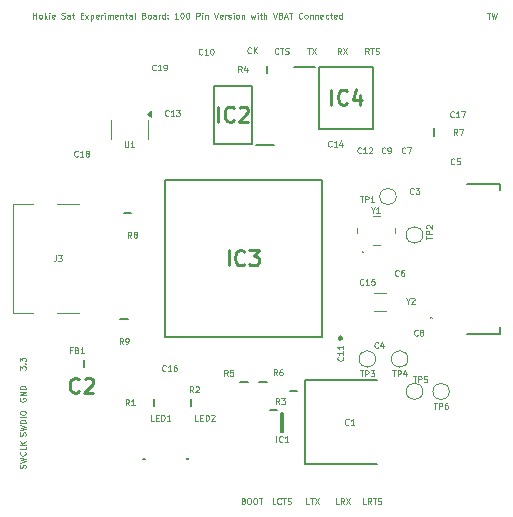
<source format=gbr>
%TF.GenerationSoftware,KiCad,Pcbnew,8.0.6-8.0.6-0~ubuntu24.04.1*%
%TF.CreationDate,2024-10-22T17:04:15-04:00*%
%TF.ProjectId,ta-expt-v2,74612d65-7870-4742-9d76-322e6b696361,rev?*%
%TF.SameCoordinates,Original*%
%TF.FileFunction,Legend,Top*%
%TF.FilePolarity,Positive*%
%FSLAX46Y46*%
G04 Gerber Fmt 4.6, Leading zero omitted, Abs format (unit mm)*
G04 Created by KiCad (PCBNEW 8.0.6-8.0.6-0~ubuntu24.04.1) date 2024-10-22 17:04:15*
%MOMM*%
%LPD*%
G01*
G04 APERTURE LIST*
%ADD10C,0.125000*%
%ADD11C,0.254000*%
%ADD12C,0.120000*%
%ADD13C,0.200000*%
%ADD14C,0.100000*%
%ADD15C,0.250000*%
G04 APERTURE END LIST*
D10*
X173629855Y-87182309D02*
X173915569Y-87182309D01*
X173772712Y-87682309D02*
X173772712Y-87182309D01*
X174034616Y-87182309D02*
X174153664Y-87682309D01*
X174153664Y-87682309D02*
X174248902Y-87325166D01*
X174248902Y-87325166D02*
X174344140Y-87682309D01*
X174344140Y-87682309D02*
X174463188Y-87182309D01*
X135201283Y-87682309D02*
X135201283Y-87182309D01*
X135201283Y-87420404D02*
X135486997Y-87420404D01*
X135486997Y-87682309D02*
X135486997Y-87182309D01*
X135796522Y-87682309D02*
X135748903Y-87658500D01*
X135748903Y-87658500D02*
X135725093Y-87634690D01*
X135725093Y-87634690D02*
X135701284Y-87587071D01*
X135701284Y-87587071D02*
X135701284Y-87444214D01*
X135701284Y-87444214D02*
X135725093Y-87396595D01*
X135725093Y-87396595D02*
X135748903Y-87372785D01*
X135748903Y-87372785D02*
X135796522Y-87348976D01*
X135796522Y-87348976D02*
X135867950Y-87348976D01*
X135867950Y-87348976D02*
X135915569Y-87372785D01*
X135915569Y-87372785D02*
X135939379Y-87396595D01*
X135939379Y-87396595D02*
X135963188Y-87444214D01*
X135963188Y-87444214D02*
X135963188Y-87587071D01*
X135963188Y-87587071D02*
X135939379Y-87634690D01*
X135939379Y-87634690D02*
X135915569Y-87658500D01*
X135915569Y-87658500D02*
X135867950Y-87682309D01*
X135867950Y-87682309D02*
X135796522Y-87682309D01*
X136177474Y-87682309D02*
X136177474Y-87182309D01*
X136225093Y-87491833D02*
X136367950Y-87682309D01*
X136367950Y-87348976D02*
X136177474Y-87539452D01*
X136582236Y-87682309D02*
X136582236Y-87348976D01*
X136582236Y-87182309D02*
X136558427Y-87206119D01*
X136558427Y-87206119D02*
X136582236Y-87229928D01*
X136582236Y-87229928D02*
X136606046Y-87206119D01*
X136606046Y-87206119D02*
X136582236Y-87182309D01*
X136582236Y-87182309D02*
X136582236Y-87229928D01*
X137010807Y-87658500D02*
X136963188Y-87682309D01*
X136963188Y-87682309D02*
X136867950Y-87682309D01*
X136867950Y-87682309D02*
X136820331Y-87658500D01*
X136820331Y-87658500D02*
X136796522Y-87610880D01*
X136796522Y-87610880D02*
X136796522Y-87420404D01*
X136796522Y-87420404D02*
X136820331Y-87372785D01*
X136820331Y-87372785D02*
X136867950Y-87348976D01*
X136867950Y-87348976D02*
X136963188Y-87348976D01*
X136963188Y-87348976D02*
X137010807Y-87372785D01*
X137010807Y-87372785D02*
X137034617Y-87420404D01*
X137034617Y-87420404D02*
X137034617Y-87468023D01*
X137034617Y-87468023D02*
X136796522Y-87515642D01*
X137606045Y-87658500D02*
X137677473Y-87682309D01*
X137677473Y-87682309D02*
X137796521Y-87682309D01*
X137796521Y-87682309D02*
X137844140Y-87658500D01*
X137844140Y-87658500D02*
X137867949Y-87634690D01*
X137867949Y-87634690D02*
X137891759Y-87587071D01*
X137891759Y-87587071D02*
X137891759Y-87539452D01*
X137891759Y-87539452D02*
X137867949Y-87491833D01*
X137867949Y-87491833D02*
X137844140Y-87468023D01*
X137844140Y-87468023D02*
X137796521Y-87444214D01*
X137796521Y-87444214D02*
X137701283Y-87420404D01*
X137701283Y-87420404D02*
X137653664Y-87396595D01*
X137653664Y-87396595D02*
X137629854Y-87372785D01*
X137629854Y-87372785D02*
X137606045Y-87325166D01*
X137606045Y-87325166D02*
X137606045Y-87277547D01*
X137606045Y-87277547D02*
X137629854Y-87229928D01*
X137629854Y-87229928D02*
X137653664Y-87206119D01*
X137653664Y-87206119D02*
X137701283Y-87182309D01*
X137701283Y-87182309D02*
X137820330Y-87182309D01*
X137820330Y-87182309D02*
X137891759Y-87206119D01*
X138320330Y-87682309D02*
X138320330Y-87420404D01*
X138320330Y-87420404D02*
X138296520Y-87372785D01*
X138296520Y-87372785D02*
X138248901Y-87348976D01*
X138248901Y-87348976D02*
X138153663Y-87348976D01*
X138153663Y-87348976D02*
X138106044Y-87372785D01*
X138320330Y-87658500D02*
X138272711Y-87682309D01*
X138272711Y-87682309D02*
X138153663Y-87682309D01*
X138153663Y-87682309D02*
X138106044Y-87658500D01*
X138106044Y-87658500D02*
X138082235Y-87610880D01*
X138082235Y-87610880D02*
X138082235Y-87563261D01*
X138082235Y-87563261D02*
X138106044Y-87515642D01*
X138106044Y-87515642D02*
X138153663Y-87491833D01*
X138153663Y-87491833D02*
X138272711Y-87491833D01*
X138272711Y-87491833D02*
X138320330Y-87468023D01*
X138486997Y-87348976D02*
X138677473Y-87348976D01*
X138558425Y-87182309D02*
X138558425Y-87610880D01*
X138558425Y-87610880D02*
X138582235Y-87658500D01*
X138582235Y-87658500D02*
X138629854Y-87682309D01*
X138629854Y-87682309D02*
X138677473Y-87682309D01*
X139225091Y-87420404D02*
X139391758Y-87420404D01*
X139463186Y-87682309D02*
X139225091Y-87682309D01*
X139225091Y-87682309D02*
X139225091Y-87182309D01*
X139225091Y-87182309D02*
X139463186Y-87182309D01*
X139629853Y-87682309D02*
X139891758Y-87348976D01*
X139629853Y-87348976D02*
X139891758Y-87682309D01*
X140082234Y-87348976D02*
X140082234Y-87848976D01*
X140082234Y-87372785D02*
X140129853Y-87348976D01*
X140129853Y-87348976D02*
X140225091Y-87348976D01*
X140225091Y-87348976D02*
X140272710Y-87372785D01*
X140272710Y-87372785D02*
X140296520Y-87396595D01*
X140296520Y-87396595D02*
X140320329Y-87444214D01*
X140320329Y-87444214D02*
X140320329Y-87587071D01*
X140320329Y-87587071D02*
X140296520Y-87634690D01*
X140296520Y-87634690D02*
X140272710Y-87658500D01*
X140272710Y-87658500D02*
X140225091Y-87682309D01*
X140225091Y-87682309D02*
X140129853Y-87682309D01*
X140129853Y-87682309D02*
X140082234Y-87658500D01*
X140725091Y-87658500D02*
X140677472Y-87682309D01*
X140677472Y-87682309D02*
X140582234Y-87682309D01*
X140582234Y-87682309D02*
X140534615Y-87658500D01*
X140534615Y-87658500D02*
X140510806Y-87610880D01*
X140510806Y-87610880D02*
X140510806Y-87420404D01*
X140510806Y-87420404D02*
X140534615Y-87372785D01*
X140534615Y-87372785D02*
X140582234Y-87348976D01*
X140582234Y-87348976D02*
X140677472Y-87348976D01*
X140677472Y-87348976D02*
X140725091Y-87372785D01*
X140725091Y-87372785D02*
X140748901Y-87420404D01*
X140748901Y-87420404D02*
X140748901Y-87468023D01*
X140748901Y-87468023D02*
X140510806Y-87515642D01*
X140963186Y-87682309D02*
X140963186Y-87348976D01*
X140963186Y-87444214D02*
X140986996Y-87396595D01*
X140986996Y-87396595D02*
X141010805Y-87372785D01*
X141010805Y-87372785D02*
X141058424Y-87348976D01*
X141058424Y-87348976D02*
X141106043Y-87348976D01*
X141272710Y-87682309D02*
X141272710Y-87348976D01*
X141272710Y-87182309D02*
X141248901Y-87206119D01*
X141248901Y-87206119D02*
X141272710Y-87229928D01*
X141272710Y-87229928D02*
X141296520Y-87206119D01*
X141296520Y-87206119D02*
X141272710Y-87182309D01*
X141272710Y-87182309D02*
X141272710Y-87229928D01*
X141510805Y-87682309D02*
X141510805Y-87348976D01*
X141510805Y-87396595D02*
X141534615Y-87372785D01*
X141534615Y-87372785D02*
X141582234Y-87348976D01*
X141582234Y-87348976D02*
X141653662Y-87348976D01*
X141653662Y-87348976D02*
X141701281Y-87372785D01*
X141701281Y-87372785D02*
X141725091Y-87420404D01*
X141725091Y-87420404D02*
X141725091Y-87682309D01*
X141725091Y-87420404D02*
X141748900Y-87372785D01*
X141748900Y-87372785D02*
X141796519Y-87348976D01*
X141796519Y-87348976D02*
X141867948Y-87348976D01*
X141867948Y-87348976D02*
X141915567Y-87372785D01*
X141915567Y-87372785D02*
X141939377Y-87420404D01*
X141939377Y-87420404D02*
X141939377Y-87682309D01*
X142367948Y-87658500D02*
X142320329Y-87682309D01*
X142320329Y-87682309D02*
X142225091Y-87682309D01*
X142225091Y-87682309D02*
X142177472Y-87658500D01*
X142177472Y-87658500D02*
X142153663Y-87610880D01*
X142153663Y-87610880D02*
X142153663Y-87420404D01*
X142153663Y-87420404D02*
X142177472Y-87372785D01*
X142177472Y-87372785D02*
X142225091Y-87348976D01*
X142225091Y-87348976D02*
X142320329Y-87348976D01*
X142320329Y-87348976D02*
X142367948Y-87372785D01*
X142367948Y-87372785D02*
X142391758Y-87420404D01*
X142391758Y-87420404D02*
X142391758Y-87468023D01*
X142391758Y-87468023D02*
X142153663Y-87515642D01*
X142606043Y-87348976D02*
X142606043Y-87682309D01*
X142606043Y-87396595D02*
X142629853Y-87372785D01*
X142629853Y-87372785D02*
X142677472Y-87348976D01*
X142677472Y-87348976D02*
X142748900Y-87348976D01*
X142748900Y-87348976D02*
X142796519Y-87372785D01*
X142796519Y-87372785D02*
X142820329Y-87420404D01*
X142820329Y-87420404D02*
X142820329Y-87682309D01*
X142986996Y-87348976D02*
X143177472Y-87348976D01*
X143058424Y-87182309D02*
X143058424Y-87610880D01*
X143058424Y-87610880D02*
X143082234Y-87658500D01*
X143082234Y-87658500D02*
X143129853Y-87682309D01*
X143129853Y-87682309D02*
X143177472Y-87682309D01*
X143558424Y-87682309D02*
X143558424Y-87420404D01*
X143558424Y-87420404D02*
X143534614Y-87372785D01*
X143534614Y-87372785D02*
X143486995Y-87348976D01*
X143486995Y-87348976D02*
X143391757Y-87348976D01*
X143391757Y-87348976D02*
X143344138Y-87372785D01*
X143558424Y-87658500D02*
X143510805Y-87682309D01*
X143510805Y-87682309D02*
X143391757Y-87682309D01*
X143391757Y-87682309D02*
X143344138Y-87658500D01*
X143344138Y-87658500D02*
X143320329Y-87610880D01*
X143320329Y-87610880D02*
X143320329Y-87563261D01*
X143320329Y-87563261D02*
X143344138Y-87515642D01*
X143344138Y-87515642D02*
X143391757Y-87491833D01*
X143391757Y-87491833D02*
X143510805Y-87491833D01*
X143510805Y-87491833D02*
X143558424Y-87468023D01*
X143867948Y-87682309D02*
X143820329Y-87658500D01*
X143820329Y-87658500D02*
X143796519Y-87610880D01*
X143796519Y-87610880D02*
X143796519Y-87182309D01*
X144606043Y-87420404D02*
X144677471Y-87444214D01*
X144677471Y-87444214D02*
X144701281Y-87468023D01*
X144701281Y-87468023D02*
X144725090Y-87515642D01*
X144725090Y-87515642D02*
X144725090Y-87587071D01*
X144725090Y-87587071D02*
X144701281Y-87634690D01*
X144701281Y-87634690D02*
X144677471Y-87658500D01*
X144677471Y-87658500D02*
X144629852Y-87682309D01*
X144629852Y-87682309D02*
X144439376Y-87682309D01*
X144439376Y-87682309D02*
X144439376Y-87182309D01*
X144439376Y-87182309D02*
X144606043Y-87182309D01*
X144606043Y-87182309D02*
X144653662Y-87206119D01*
X144653662Y-87206119D02*
X144677471Y-87229928D01*
X144677471Y-87229928D02*
X144701281Y-87277547D01*
X144701281Y-87277547D02*
X144701281Y-87325166D01*
X144701281Y-87325166D02*
X144677471Y-87372785D01*
X144677471Y-87372785D02*
X144653662Y-87396595D01*
X144653662Y-87396595D02*
X144606043Y-87420404D01*
X144606043Y-87420404D02*
X144439376Y-87420404D01*
X145010805Y-87682309D02*
X144963186Y-87658500D01*
X144963186Y-87658500D02*
X144939376Y-87634690D01*
X144939376Y-87634690D02*
X144915567Y-87587071D01*
X144915567Y-87587071D02*
X144915567Y-87444214D01*
X144915567Y-87444214D02*
X144939376Y-87396595D01*
X144939376Y-87396595D02*
X144963186Y-87372785D01*
X144963186Y-87372785D02*
X145010805Y-87348976D01*
X145010805Y-87348976D02*
X145082233Y-87348976D01*
X145082233Y-87348976D02*
X145129852Y-87372785D01*
X145129852Y-87372785D02*
X145153662Y-87396595D01*
X145153662Y-87396595D02*
X145177471Y-87444214D01*
X145177471Y-87444214D02*
X145177471Y-87587071D01*
X145177471Y-87587071D02*
X145153662Y-87634690D01*
X145153662Y-87634690D02*
X145129852Y-87658500D01*
X145129852Y-87658500D02*
X145082233Y-87682309D01*
X145082233Y-87682309D02*
X145010805Y-87682309D01*
X145606043Y-87682309D02*
X145606043Y-87420404D01*
X145606043Y-87420404D02*
X145582233Y-87372785D01*
X145582233Y-87372785D02*
X145534614Y-87348976D01*
X145534614Y-87348976D02*
X145439376Y-87348976D01*
X145439376Y-87348976D02*
X145391757Y-87372785D01*
X145606043Y-87658500D02*
X145558424Y-87682309D01*
X145558424Y-87682309D02*
X145439376Y-87682309D01*
X145439376Y-87682309D02*
X145391757Y-87658500D01*
X145391757Y-87658500D02*
X145367948Y-87610880D01*
X145367948Y-87610880D02*
X145367948Y-87563261D01*
X145367948Y-87563261D02*
X145391757Y-87515642D01*
X145391757Y-87515642D02*
X145439376Y-87491833D01*
X145439376Y-87491833D02*
X145558424Y-87491833D01*
X145558424Y-87491833D02*
X145606043Y-87468023D01*
X145844138Y-87682309D02*
X145844138Y-87348976D01*
X145844138Y-87444214D02*
X145867948Y-87396595D01*
X145867948Y-87396595D02*
X145891757Y-87372785D01*
X145891757Y-87372785D02*
X145939376Y-87348976D01*
X145939376Y-87348976D02*
X145986995Y-87348976D01*
X146367948Y-87682309D02*
X146367948Y-87182309D01*
X146367948Y-87658500D02*
X146320329Y-87682309D01*
X146320329Y-87682309D02*
X146225091Y-87682309D01*
X146225091Y-87682309D02*
X146177472Y-87658500D01*
X146177472Y-87658500D02*
X146153662Y-87634690D01*
X146153662Y-87634690D02*
X146129853Y-87587071D01*
X146129853Y-87587071D02*
X146129853Y-87444214D01*
X146129853Y-87444214D02*
X146153662Y-87396595D01*
X146153662Y-87396595D02*
X146177472Y-87372785D01*
X146177472Y-87372785D02*
X146225091Y-87348976D01*
X146225091Y-87348976D02*
X146320329Y-87348976D01*
X146320329Y-87348976D02*
X146367948Y-87372785D01*
X146606043Y-87634690D02*
X146629853Y-87658500D01*
X146629853Y-87658500D02*
X146606043Y-87682309D01*
X146606043Y-87682309D02*
X146582234Y-87658500D01*
X146582234Y-87658500D02*
X146606043Y-87634690D01*
X146606043Y-87634690D02*
X146606043Y-87682309D01*
X146606043Y-87372785D02*
X146629853Y-87396595D01*
X146629853Y-87396595D02*
X146606043Y-87420404D01*
X146606043Y-87420404D02*
X146582234Y-87396595D01*
X146582234Y-87396595D02*
X146606043Y-87372785D01*
X146606043Y-87372785D02*
X146606043Y-87420404D01*
X147486995Y-87682309D02*
X147201281Y-87682309D01*
X147344138Y-87682309D02*
X147344138Y-87182309D01*
X147344138Y-87182309D02*
X147296519Y-87253738D01*
X147296519Y-87253738D02*
X147248900Y-87301357D01*
X147248900Y-87301357D02*
X147201281Y-87325166D01*
X147796518Y-87182309D02*
X147844137Y-87182309D01*
X147844137Y-87182309D02*
X147891756Y-87206119D01*
X147891756Y-87206119D02*
X147915566Y-87229928D01*
X147915566Y-87229928D02*
X147939375Y-87277547D01*
X147939375Y-87277547D02*
X147963185Y-87372785D01*
X147963185Y-87372785D02*
X147963185Y-87491833D01*
X147963185Y-87491833D02*
X147939375Y-87587071D01*
X147939375Y-87587071D02*
X147915566Y-87634690D01*
X147915566Y-87634690D02*
X147891756Y-87658500D01*
X147891756Y-87658500D02*
X147844137Y-87682309D01*
X147844137Y-87682309D02*
X147796518Y-87682309D01*
X147796518Y-87682309D02*
X147748899Y-87658500D01*
X147748899Y-87658500D02*
X147725090Y-87634690D01*
X147725090Y-87634690D02*
X147701280Y-87587071D01*
X147701280Y-87587071D02*
X147677471Y-87491833D01*
X147677471Y-87491833D02*
X147677471Y-87372785D01*
X147677471Y-87372785D02*
X147701280Y-87277547D01*
X147701280Y-87277547D02*
X147725090Y-87229928D01*
X147725090Y-87229928D02*
X147748899Y-87206119D01*
X147748899Y-87206119D02*
X147796518Y-87182309D01*
X148272708Y-87182309D02*
X148320327Y-87182309D01*
X148320327Y-87182309D02*
X148367946Y-87206119D01*
X148367946Y-87206119D02*
X148391756Y-87229928D01*
X148391756Y-87229928D02*
X148415565Y-87277547D01*
X148415565Y-87277547D02*
X148439375Y-87372785D01*
X148439375Y-87372785D02*
X148439375Y-87491833D01*
X148439375Y-87491833D02*
X148415565Y-87587071D01*
X148415565Y-87587071D02*
X148391756Y-87634690D01*
X148391756Y-87634690D02*
X148367946Y-87658500D01*
X148367946Y-87658500D02*
X148320327Y-87682309D01*
X148320327Y-87682309D02*
X148272708Y-87682309D01*
X148272708Y-87682309D02*
X148225089Y-87658500D01*
X148225089Y-87658500D02*
X148201280Y-87634690D01*
X148201280Y-87634690D02*
X148177470Y-87587071D01*
X148177470Y-87587071D02*
X148153661Y-87491833D01*
X148153661Y-87491833D02*
X148153661Y-87372785D01*
X148153661Y-87372785D02*
X148177470Y-87277547D01*
X148177470Y-87277547D02*
X148201280Y-87229928D01*
X148201280Y-87229928D02*
X148225089Y-87206119D01*
X148225089Y-87206119D02*
X148272708Y-87182309D01*
X149034612Y-87682309D02*
X149034612Y-87182309D01*
X149034612Y-87182309D02*
X149225088Y-87182309D01*
X149225088Y-87182309D02*
X149272707Y-87206119D01*
X149272707Y-87206119D02*
X149296517Y-87229928D01*
X149296517Y-87229928D02*
X149320326Y-87277547D01*
X149320326Y-87277547D02*
X149320326Y-87348976D01*
X149320326Y-87348976D02*
X149296517Y-87396595D01*
X149296517Y-87396595D02*
X149272707Y-87420404D01*
X149272707Y-87420404D02*
X149225088Y-87444214D01*
X149225088Y-87444214D02*
X149034612Y-87444214D01*
X149534612Y-87682309D02*
X149534612Y-87348976D01*
X149534612Y-87182309D02*
X149510803Y-87206119D01*
X149510803Y-87206119D02*
X149534612Y-87229928D01*
X149534612Y-87229928D02*
X149558422Y-87206119D01*
X149558422Y-87206119D02*
X149534612Y-87182309D01*
X149534612Y-87182309D02*
X149534612Y-87229928D01*
X149772707Y-87348976D02*
X149772707Y-87682309D01*
X149772707Y-87396595D02*
X149796517Y-87372785D01*
X149796517Y-87372785D02*
X149844136Y-87348976D01*
X149844136Y-87348976D02*
X149915564Y-87348976D01*
X149915564Y-87348976D02*
X149963183Y-87372785D01*
X149963183Y-87372785D02*
X149986993Y-87420404D01*
X149986993Y-87420404D02*
X149986993Y-87682309D01*
X150534612Y-87182309D02*
X150701278Y-87682309D01*
X150701278Y-87682309D02*
X150867945Y-87182309D01*
X151225087Y-87658500D02*
X151177468Y-87682309D01*
X151177468Y-87682309D02*
X151082230Y-87682309D01*
X151082230Y-87682309D02*
X151034611Y-87658500D01*
X151034611Y-87658500D02*
X151010802Y-87610880D01*
X151010802Y-87610880D02*
X151010802Y-87420404D01*
X151010802Y-87420404D02*
X151034611Y-87372785D01*
X151034611Y-87372785D02*
X151082230Y-87348976D01*
X151082230Y-87348976D02*
X151177468Y-87348976D01*
X151177468Y-87348976D02*
X151225087Y-87372785D01*
X151225087Y-87372785D02*
X151248897Y-87420404D01*
X151248897Y-87420404D02*
X151248897Y-87468023D01*
X151248897Y-87468023D02*
X151010802Y-87515642D01*
X151463182Y-87682309D02*
X151463182Y-87348976D01*
X151463182Y-87444214D02*
X151486992Y-87396595D01*
X151486992Y-87396595D02*
X151510801Y-87372785D01*
X151510801Y-87372785D02*
X151558420Y-87348976D01*
X151558420Y-87348976D02*
X151606039Y-87348976D01*
X151748897Y-87658500D02*
X151796516Y-87682309D01*
X151796516Y-87682309D02*
X151891754Y-87682309D01*
X151891754Y-87682309D02*
X151939373Y-87658500D01*
X151939373Y-87658500D02*
X151963182Y-87610880D01*
X151963182Y-87610880D02*
X151963182Y-87587071D01*
X151963182Y-87587071D02*
X151939373Y-87539452D01*
X151939373Y-87539452D02*
X151891754Y-87515642D01*
X151891754Y-87515642D02*
X151820325Y-87515642D01*
X151820325Y-87515642D02*
X151772706Y-87491833D01*
X151772706Y-87491833D02*
X151748897Y-87444214D01*
X151748897Y-87444214D02*
X151748897Y-87420404D01*
X151748897Y-87420404D02*
X151772706Y-87372785D01*
X151772706Y-87372785D02*
X151820325Y-87348976D01*
X151820325Y-87348976D02*
X151891754Y-87348976D01*
X151891754Y-87348976D02*
X151939373Y-87372785D01*
X152177468Y-87682309D02*
X152177468Y-87348976D01*
X152177468Y-87182309D02*
X152153659Y-87206119D01*
X152153659Y-87206119D02*
X152177468Y-87229928D01*
X152177468Y-87229928D02*
X152201278Y-87206119D01*
X152201278Y-87206119D02*
X152177468Y-87182309D01*
X152177468Y-87182309D02*
X152177468Y-87229928D01*
X152486992Y-87682309D02*
X152439373Y-87658500D01*
X152439373Y-87658500D02*
X152415563Y-87634690D01*
X152415563Y-87634690D02*
X152391754Y-87587071D01*
X152391754Y-87587071D02*
X152391754Y-87444214D01*
X152391754Y-87444214D02*
X152415563Y-87396595D01*
X152415563Y-87396595D02*
X152439373Y-87372785D01*
X152439373Y-87372785D02*
X152486992Y-87348976D01*
X152486992Y-87348976D02*
X152558420Y-87348976D01*
X152558420Y-87348976D02*
X152606039Y-87372785D01*
X152606039Y-87372785D02*
X152629849Y-87396595D01*
X152629849Y-87396595D02*
X152653658Y-87444214D01*
X152653658Y-87444214D02*
X152653658Y-87587071D01*
X152653658Y-87587071D02*
X152629849Y-87634690D01*
X152629849Y-87634690D02*
X152606039Y-87658500D01*
X152606039Y-87658500D02*
X152558420Y-87682309D01*
X152558420Y-87682309D02*
X152486992Y-87682309D01*
X152867944Y-87348976D02*
X152867944Y-87682309D01*
X152867944Y-87396595D02*
X152891754Y-87372785D01*
X152891754Y-87372785D02*
X152939373Y-87348976D01*
X152939373Y-87348976D02*
X153010801Y-87348976D01*
X153010801Y-87348976D02*
X153058420Y-87372785D01*
X153058420Y-87372785D02*
X153082230Y-87420404D01*
X153082230Y-87420404D02*
X153082230Y-87682309D01*
X153653658Y-87348976D02*
X153748896Y-87682309D01*
X153748896Y-87682309D02*
X153844134Y-87444214D01*
X153844134Y-87444214D02*
X153939372Y-87682309D01*
X153939372Y-87682309D02*
X154034610Y-87348976D01*
X154225087Y-87682309D02*
X154225087Y-87348976D01*
X154225087Y-87182309D02*
X154201278Y-87206119D01*
X154201278Y-87206119D02*
X154225087Y-87229928D01*
X154225087Y-87229928D02*
X154248897Y-87206119D01*
X154248897Y-87206119D02*
X154225087Y-87182309D01*
X154225087Y-87182309D02*
X154225087Y-87229928D01*
X154391754Y-87348976D02*
X154582230Y-87348976D01*
X154463182Y-87182309D02*
X154463182Y-87610880D01*
X154463182Y-87610880D02*
X154486992Y-87658500D01*
X154486992Y-87658500D02*
X154534611Y-87682309D01*
X154534611Y-87682309D02*
X154582230Y-87682309D01*
X154748896Y-87682309D02*
X154748896Y-87182309D01*
X154963182Y-87682309D02*
X154963182Y-87420404D01*
X154963182Y-87420404D02*
X154939372Y-87372785D01*
X154939372Y-87372785D02*
X154891753Y-87348976D01*
X154891753Y-87348976D02*
X154820325Y-87348976D01*
X154820325Y-87348976D02*
X154772706Y-87372785D01*
X154772706Y-87372785D02*
X154748896Y-87396595D01*
X155510801Y-87182309D02*
X155677467Y-87682309D01*
X155677467Y-87682309D02*
X155844134Y-87182309D01*
X156177467Y-87420404D02*
X156248895Y-87444214D01*
X156248895Y-87444214D02*
X156272705Y-87468023D01*
X156272705Y-87468023D02*
X156296514Y-87515642D01*
X156296514Y-87515642D02*
X156296514Y-87587071D01*
X156296514Y-87587071D02*
X156272705Y-87634690D01*
X156272705Y-87634690D02*
X156248895Y-87658500D01*
X156248895Y-87658500D02*
X156201276Y-87682309D01*
X156201276Y-87682309D02*
X156010800Y-87682309D01*
X156010800Y-87682309D02*
X156010800Y-87182309D01*
X156010800Y-87182309D02*
X156177467Y-87182309D01*
X156177467Y-87182309D02*
X156225086Y-87206119D01*
X156225086Y-87206119D02*
X156248895Y-87229928D01*
X156248895Y-87229928D02*
X156272705Y-87277547D01*
X156272705Y-87277547D02*
X156272705Y-87325166D01*
X156272705Y-87325166D02*
X156248895Y-87372785D01*
X156248895Y-87372785D02*
X156225086Y-87396595D01*
X156225086Y-87396595D02*
X156177467Y-87420404D01*
X156177467Y-87420404D02*
X156010800Y-87420404D01*
X156486991Y-87539452D02*
X156725086Y-87539452D01*
X156439372Y-87682309D02*
X156606038Y-87182309D01*
X156606038Y-87182309D02*
X156772705Y-87682309D01*
X156867943Y-87182309D02*
X157153657Y-87182309D01*
X157010800Y-87682309D02*
X157010800Y-87182309D01*
X157986989Y-87634690D02*
X157963180Y-87658500D01*
X157963180Y-87658500D02*
X157891751Y-87682309D01*
X157891751Y-87682309D02*
X157844132Y-87682309D01*
X157844132Y-87682309D02*
X157772704Y-87658500D01*
X157772704Y-87658500D02*
X157725085Y-87610880D01*
X157725085Y-87610880D02*
X157701275Y-87563261D01*
X157701275Y-87563261D02*
X157677466Y-87468023D01*
X157677466Y-87468023D02*
X157677466Y-87396595D01*
X157677466Y-87396595D02*
X157701275Y-87301357D01*
X157701275Y-87301357D02*
X157725085Y-87253738D01*
X157725085Y-87253738D02*
X157772704Y-87206119D01*
X157772704Y-87206119D02*
X157844132Y-87182309D01*
X157844132Y-87182309D02*
X157891751Y-87182309D01*
X157891751Y-87182309D02*
X157963180Y-87206119D01*
X157963180Y-87206119D02*
X157986989Y-87229928D01*
X158272704Y-87682309D02*
X158225085Y-87658500D01*
X158225085Y-87658500D02*
X158201275Y-87634690D01*
X158201275Y-87634690D02*
X158177466Y-87587071D01*
X158177466Y-87587071D02*
X158177466Y-87444214D01*
X158177466Y-87444214D02*
X158201275Y-87396595D01*
X158201275Y-87396595D02*
X158225085Y-87372785D01*
X158225085Y-87372785D02*
X158272704Y-87348976D01*
X158272704Y-87348976D02*
X158344132Y-87348976D01*
X158344132Y-87348976D02*
X158391751Y-87372785D01*
X158391751Y-87372785D02*
X158415561Y-87396595D01*
X158415561Y-87396595D02*
X158439370Y-87444214D01*
X158439370Y-87444214D02*
X158439370Y-87587071D01*
X158439370Y-87587071D02*
X158415561Y-87634690D01*
X158415561Y-87634690D02*
X158391751Y-87658500D01*
X158391751Y-87658500D02*
X158344132Y-87682309D01*
X158344132Y-87682309D02*
X158272704Y-87682309D01*
X158653656Y-87348976D02*
X158653656Y-87682309D01*
X158653656Y-87396595D02*
X158677466Y-87372785D01*
X158677466Y-87372785D02*
X158725085Y-87348976D01*
X158725085Y-87348976D02*
X158796513Y-87348976D01*
X158796513Y-87348976D02*
X158844132Y-87372785D01*
X158844132Y-87372785D02*
X158867942Y-87420404D01*
X158867942Y-87420404D02*
X158867942Y-87682309D01*
X159106037Y-87348976D02*
X159106037Y-87682309D01*
X159106037Y-87396595D02*
X159129847Y-87372785D01*
X159129847Y-87372785D02*
X159177466Y-87348976D01*
X159177466Y-87348976D02*
X159248894Y-87348976D01*
X159248894Y-87348976D02*
X159296513Y-87372785D01*
X159296513Y-87372785D02*
X159320323Y-87420404D01*
X159320323Y-87420404D02*
X159320323Y-87682309D01*
X159748894Y-87658500D02*
X159701275Y-87682309D01*
X159701275Y-87682309D02*
X159606037Y-87682309D01*
X159606037Y-87682309D02*
X159558418Y-87658500D01*
X159558418Y-87658500D02*
X159534609Y-87610880D01*
X159534609Y-87610880D02*
X159534609Y-87420404D01*
X159534609Y-87420404D02*
X159558418Y-87372785D01*
X159558418Y-87372785D02*
X159606037Y-87348976D01*
X159606037Y-87348976D02*
X159701275Y-87348976D01*
X159701275Y-87348976D02*
X159748894Y-87372785D01*
X159748894Y-87372785D02*
X159772704Y-87420404D01*
X159772704Y-87420404D02*
X159772704Y-87468023D01*
X159772704Y-87468023D02*
X159534609Y-87515642D01*
X160201275Y-87658500D02*
X160153656Y-87682309D01*
X160153656Y-87682309D02*
X160058418Y-87682309D01*
X160058418Y-87682309D02*
X160010799Y-87658500D01*
X160010799Y-87658500D02*
X159986989Y-87634690D01*
X159986989Y-87634690D02*
X159963180Y-87587071D01*
X159963180Y-87587071D02*
X159963180Y-87444214D01*
X159963180Y-87444214D02*
X159986989Y-87396595D01*
X159986989Y-87396595D02*
X160010799Y-87372785D01*
X160010799Y-87372785D02*
X160058418Y-87348976D01*
X160058418Y-87348976D02*
X160153656Y-87348976D01*
X160153656Y-87348976D02*
X160201275Y-87372785D01*
X160344132Y-87348976D02*
X160534608Y-87348976D01*
X160415560Y-87182309D02*
X160415560Y-87610880D01*
X160415560Y-87610880D02*
X160439370Y-87658500D01*
X160439370Y-87658500D02*
X160486989Y-87682309D01*
X160486989Y-87682309D02*
X160534608Y-87682309D01*
X160891750Y-87658500D02*
X160844131Y-87682309D01*
X160844131Y-87682309D02*
X160748893Y-87682309D01*
X160748893Y-87682309D02*
X160701274Y-87658500D01*
X160701274Y-87658500D02*
X160677465Y-87610880D01*
X160677465Y-87610880D02*
X160677465Y-87420404D01*
X160677465Y-87420404D02*
X160701274Y-87372785D01*
X160701274Y-87372785D02*
X160748893Y-87348976D01*
X160748893Y-87348976D02*
X160844131Y-87348976D01*
X160844131Y-87348976D02*
X160891750Y-87372785D01*
X160891750Y-87372785D02*
X160915560Y-87420404D01*
X160915560Y-87420404D02*
X160915560Y-87468023D01*
X160915560Y-87468023D02*
X160677465Y-87515642D01*
X161344131Y-87682309D02*
X161344131Y-87182309D01*
X161344131Y-87658500D02*
X161296512Y-87682309D01*
X161296512Y-87682309D02*
X161201274Y-87682309D01*
X161201274Y-87682309D02*
X161153655Y-87658500D01*
X161153655Y-87658500D02*
X161129845Y-87634690D01*
X161129845Y-87634690D02*
X161106036Y-87587071D01*
X161106036Y-87587071D02*
X161106036Y-87444214D01*
X161106036Y-87444214D02*
X161129845Y-87396595D01*
X161129845Y-87396595D02*
X161153655Y-87372785D01*
X161153655Y-87372785D02*
X161201274Y-87348976D01*
X161201274Y-87348976D02*
X161296512Y-87348976D01*
X161296512Y-87348976D02*
X161344131Y-87372785D01*
X153021428Y-128512904D02*
X153092856Y-128536714D01*
X153092856Y-128536714D02*
X153116666Y-128560523D01*
X153116666Y-128560523D02*
X153140475Y-128608142D01*
X153140475Y-128608142D02*
X153140475Y-128679571D01*
X153140475Y-128679571D02*
X153116666Y-128727190D01*
X153116666Y-128727190D02*
X153092856Y-128751000D01*
X153092856Y-128751000D02*
X153045237Y-128774809D01*
X153045237Y-128774809D02*
X152854761Y-128774809D01*
X152854761Y-128774809D02*
X152854761Y-128274809D01*
X152854761Y-128274809D02*
X153021428Y-128274809D01*
X153021428Y-128274809D02*
X153069047Y-128298619D01*
X153069047Y-128298619D02*
X153092856Y-128322428D01*
X153092856Y-128322428D02*
X153116666Y-128370047D01*
X153116666Y-128370047D02*
X153116666Y-128417666D01*
X153116666Y-128417666D02*
X153092856Y-128465285D01*
X153092856Y-128465285D02*
X153069047Y-128489095D01*
X153069047Y-128489095D02*
X153021428Y-128512904D01*
X153021428Y-128512904D02*
X152854761Y-128512904D01*
X153449999Y-128274809D02*
X153545237Y-128274809D01*
X153545237Y-128274809D02*
X153592856Y-128298619D01*
X153592856Y-128298619D02*
X153640475Y-128346238D01*
X153640475Y-128346238D02*
X153664285Y-128441476D01*
X153664285Y-128441476D02*
X153664285Y-128608142D01*
X153664285Y-128608142D02*
X153640475Y-128703380D01*
X153640475Y-128703380D02*
X153592856Y-128751000D01*
X153592856Y-128751000D02*
X153545237Y-128774809D01*
X153545237Y-128774809D02*
X153449999Y-128774809D01*
X153449999Y-128774809D02*
X153402380Y-128751000D01*
X153402380Y-128751000D02*
X153354761Y-128703380D01*
X153354761Y-128703380D02*
X153330952Y-128608142D01*
X153330952Y-128608142D02*
X153330952Y-128441476D01*
X153330952Y-128441476D02*
X153354761Y-128346238D01*
X153354761Y-128346238D02*
X153402380Y-128298619D01*
X153402380Y-128298619D02*
X153449999Y-128274809D01*
X153973809Y-128274809D02*
X154069047Y-128274809D01*
X154069047Y-128274809D02*
X154116666Y-128298619D01*
X154116666Y-128298619D02*
X154164285Y-128346238D01*
X154164285Y-128346238D02*
X154188095Y-128441476D01*
X154188095Y-128441476D02*
X154188095Y-128608142D01*
X154188095Y-128608142D02*
X154164285Y-128703380D01*
X154164285Y-128703380D02*
X154116666Y-128751000D01*
X154116666Y-128751000D02*
X154069047Y-128774809D01*
X154069047Y-128774809D02*
X153973809Y-128774809D01*
X153973809Y-128774809D02*
X153926190Y-128751000D01*
X153926190Y-128751000D02*
X153878571Y-128703380D01*
X153878571Y-128703380D02*
X153854762Y-128608142D01*
X153854762Y-128608142D02*
X153854762Y-128441476D01*
X153854762Y-128441476D02*
X153878571Y-128346238D01*
X153878571Y-128346238D02*
X153926190Y-128298619D01*
X153926190Y-128298619D02*
X153973809Y-128274809D01*
X154330953Y-128274809D02*
X154616667Y-128274809D01*
X154473810Y-128774809D02*
X154473810Y-128274809D01*
X134551000Y-123009523D02*
X134574809Y-122938095D01*
X134574809Y-122938095D02*
X134574809Y-122819047D01*
X134574809Y-122819047D02*
X134551000Y-122771428D01*
X134551000Y-122771428D02*
X134527190Y-122747619D01*
X134527190Y-122747619D02*
X134479571Y-122723809D01*
X134479571Y-122723809D02*
X134431952Y-122723809D01*
X134431952Y-122723809D02*
X134384333Y-122747619D01*
X134384333Y-122747619D02*
X134360523Y-122771428D01*
X134360523Y-122771428D02*
X134336714Y-122819047D01*
X134336714Y-122819047D02*
X134312904Y-122914285D01*
X134312904Y-122914285D02*
X134289095Y-122961904D01*
X134289095Y-122961904D02*
X134265285Y-122985714D01*
X134265285Y-122985714D02*
X134217666Y-123009523D01*
X134217666Y-123009523D02*
X134170047Y-123009523D01*
X134170047Y-123009523D02*
X134122428Y-122985714D01*
X134122428Y-122985714D02*
X134098619Y-122961904D01*
X134098619Y-122961904D02*
X134074809Y-122914285D01*
X134074809Y-122914285D02*
X134074809Y-122795238D01*
X134074809Y-122795238D02*
X134098619Y-122723809D01*
X134074809Y-122557143D02*
X134574809Y-122438095D01*
X134574809Y-122438095D02*
X134217666Y-122342857D01*
X134217666Y-122342857D02*
X134574809Y-122247619D01*
X134574809Y-122247619D02*
X134074809Y-122128572D01*
X134574809Y-121938095D02*
X134074809Y-121938095D01*
X134074809Y-121938095D02*
X134074809Y-121819047D01*
X134074809Y-121819047D02*
X134098619Y-121747619D01*
X134098619Y-121747619D02*
X134146238Y-121700000D01*
X134146238Y-121700000D02*
X134193857Y-121676190D01*
X134193857Y-121676190D02*
X134289095Y-121652381D01*
X134289095Y-121652381D02*
X134360523Y-121652381D01*
X134360523Y-121652381D02*
X134455761Y-121676190D01*
X134455761Y-121676190D02*
X134503380Y-121700000D01*
X134503380Y-121700000D02*
X134551000Y-121747619D01*
X134551000Y-121747619D02*
X134574809Y-121819047D01*
X134574809Y-121819047D02*
X134574809Y-121938095D01*
X134574809Y-121438095D02*
X134074809Y-121438095D01*
X134074809Y-121104762D02*
X134074809Y-121009524D01*
X134074809Y-121009524D02*
X134098619Y-120961905D01*
X134098619Y-120961905D02*
X134146238Y-120914286D01*
X134146238Y-120914286D02*
X134241476Y-120890476D01*
X134241476Y-120890476D02*
X134408142Y-120890476D01*
X134408142Y-120890476D02*
X134503380Y-120914286D01*
X134503380Y-120914286D02*
X134551000Y-120961905D01*
X134551000Y-120961905D02*
X134574809Y-121009524D01*
X134574809Y-121009524D02*
X134574809Y-121104762D01*
X134574809Y-121104762D02*
X134551000Y-121152381D01*
X134551000Y-121152381D02*
X134503380Y-121200000D01*
X134503380Y-121200000D02*
X134408142Y-121223809D01*
X134408142Y-121223809D02*
X134241476Y-121223809D01*
X134241476Y-121223809D02*
X134146238Y-121200000D01*
X134146238Y-121200000D02*
X134098619Y-121152381D01*
X134098619Y-121152381D02*
X134074809Y-121104762D01*
X155726190Y-128774809D02*
X155488095Y-128774809D01*
X155488095Y-128774809D02*
X155488095Y-128274809D01*
X156178571Y-128727190D02*
X156154762Y-128751000D01*
X156154762Y-128751000D02*
X156083333Y-128774809D01*
X156083333Y-128774809D02*
X156035714Y-128774809D01*
X156035714Y-128774809D02*
X155964286Y-128751000D01*
X155964286Y-128751000D02*
X155916667Y-128703380D01*
X155916667Y-128703380D02*
X155892857Y-128655761D01*
X155892857Y-128655761D02*
X155869048Y-128560523D01*
X155869048Y-128560523D02*
X155869048Y-128489095D01*
X155869048Y-128489095D02*
X155892857Y-128393857D01*
X155892857Y-128393857D02*
X155916667Y-128346238D01*
X155916667Y-128346238D02*
X155964286Y-128298619D01*
X155964286Y-128298619D02*
X156035714Y-128274809D01*
X156035714Y-128274809D02*
X156083333Y-128274809D01*
X156083333Y-128274809D02*
X156154762Y-128298619D01*
X156154762Y-128298619D02*
X156178571Y-128322428D01*
X156321429Y-128274809D02*
X156607143Y-128274809D01*
X156464286Y-128774809D02*
X156464286Y-128274809D01*
X156750000Y-128751000D02*
X156821428Y-128774809D01*
X156821428Y-128774809D02*
X156940476Y-128774809D01*
X156940476Y-128774809D02*
X156988095Y-128751000D01*
X156988095Y-128751000D02*
X157011904Y-128727190D01*
X157011904Y-128727190D02*
X157035714Y-128679571D01*
X157035714Y-128679571D02*
X157035714Y-128631952D01*
X157035714Y-128631952D02*
X157011904Y-128584333D01*
X157011904Y-128584333D02*
X156988095Y-128560523D01*
X156988095Y-128560523D02*
X156940476Y-128536714D01*
X156940476Y-128536714D02*
X156845238Y-128512904D01*
X156845238Y-128512904D02*
X156797619Y-128489095D01*
X156797619Y-128489095D02*
X156773809Y-128465285D01*
X156773809Y-128465285D02*
X156750000Y-128417666D01*
X156750000Y-128417666D02*
X156750000Y-128370047D01*
X156750000Y-128370047D02*
X156773809Y-128322428D01*
X156773809Y-128322428D02*
X156797619Y-128298619D01*
X156797619Y-128298619D02*
X156845238Y-128274809D01*
X156845238Y-128274809D02*
X156964285Y-128274809D01*
X156964285Y-128274809D02*
X157035714Y-128298619D01*
X134551000Y-125730951D02*
X134574809Y-125659523D01*
X134574809Y-125659523D02*
X134574809Y-125540475D01*
X134574809Y-125540475D02*
X134551000Y-125492856D01*
X134551000Y-125492856D02*
X134527190Y-125469047D01*
X134527190Y-125469047D02*
X134479571Y-125445237D01*
X134479571Y-125445237D02*
X134431952Y-125445237D01*
X134431952Y-125445237D02*
X134384333Y-125469047D01*
X134384333Y-125469047D02*
X134360523Y-125492856D01*
X134360523Y-125492856D02*
X134336714Y-125540475D01*
X134336714Y-125540475D02*
X134312904Y-125635713D01*
X134312904Y-125635713D02*
X134289095Y-125683332D01*
X134289095Y-125683332D02*
X134265285Y-125707142D01*
X134265285Y-125707142D02*
X134217666Y-125730951D01*
X134217666Y-125730951D02*
X134170047Y-125730951D01*
X134170047Y-125730951D02*
X134122428Y-125707142D01*
X134122428Y-125707142D02*
X134098619Y-125683332D01*
X134098619Y-125683332D02*
X134074809Y-125635713D01*
X134074809Y-125635713D02*
X134074809Y-125516666D01*
X134074809Y-125516666D02*
X134098619Y-125445237D01*
X134074809Y-125278571D02*
X134574809Y-125159523D01*
X134574809Y-125159523D02*
X134217666Y-125064285D01*
X134217666Y-125064285D02*
X134574809Y-124969047D01*
X134574809Y-124969047D02*
X134074809Y-124850000D01*
X134527190Y-124373809D02*
X134551000Y-124397618D01*
X134551000Y-124397618D02*
X134574809Y-124469047D01*
X134574809Y-124469047D02*
X134574809Y-124516666D01*
X134574809Y-124516666D02*
X134551000Y-124588094D01*
X134551000Y-124588094D02*
X134503380Y-124635713D01*
X134503380Y-124635713D02*
X134455761Y-124659523D01*
X134455761Y-124659523D02*
X134360523Y-124683332D01*
X134360523Y-124683332D02*
X134289095Y-124683332D01*
X134289095Y-124683332D02*
X134193857Y-124659523D01*
X134193857Y-124659523D02*
X134146238Y-124635713D01*
X134146238Y-124635713D02*
X134098619Y-124588094D01*
X134098619Y-124588094D02*
X134074809Y-124516666D01*
X134074809Y-124516666D02*
X134074809Y-124469047D01*
X134074809Y-124469047D02*
X134098619Y-124397618D01*
X134098619Y-124397618D02*
X134122428Y-124373809D01*
X134574809Y-123921428D02*
X134574809Y-124159523D01*
X134574809Y-124159523D02*
X134074809Y-124159523D01*
X134574809Y-123754761D02*
X134074809Y-123754761D01*
X134574809Y-123469047D02*
X134289095Y-123683332D01*
X134074809Y-123469047D02*
X134360523Y-123754761D01*
X158419048Y-90174809D02*
X158704762Y-90174809D01*
X158561905Y-90674809D02*
X158561905Y-90174809D01*
X158823809Y-90174809D02*
X159157142Y-90674809D01*
X159157142Y-90174809D02*
X158823809Y-90674809D01*
X134074809Y-117423808D02*
X134074809Y-117114284D01*
X134074809Y-117114284D02*
X134265285Y-117280951D01*
X134265285Y-117280951D02*
X134265285Y-117209522D01*
X134265285Y-117209522D02*
X134289095Y-117161903D01*
X134289095Y-117161903D02*
X134312904Y-117138094D01*
X134312904Y-117138094D02*
X134360523Y-117114284D01*
X134360523Y-117114284D02*
X134479571Y-117114284D01*
X134479571Y-117114284D02*
X134527190Y-117138094D01*
X134527190Y-117138094D02*
X134551000Y-117161903D01*
X134551000Y-117161903D02*
X134574809Y-117209522D01*
X134574809Y-117209522D02*
X134574809Y-117352379D01*
X134574809Y-117352379D02*
X134551000Y-117399998D01*
X134551000Y-117399998D02*
X134527190Y-117423808D01*
X134527190Y-116899999D02*
X134551000Y-116876189D01*
X134551000Y-116876189D02*
X134574809Y-116899999D01*
X134574809Y-116899999D02*
X134551000Y-116923808D01*
X134551000Y-116923808D02*
X134527190Y-116899999D01*
X134527190Y-116899999D02*
X134574809Y-116899999D01*
X134074809Y-116709523D02*
X134074809Y-116399999D01*
X134074809Y-116399999D02*
X134265285Y-116566666D01*
X134265285Y-116566666D02*
X134265285Y-116495237D01*
X134265285Y-116495237D02*
X134289095Y-116447618D01*
X134289095Y-116447618D02*
X134312904Y-116423809D01*
X134312904Y-116423809D02*
X134360523Y-116399999D01*
X134360523Y-116399999D02*
X134479571Y-116399999D01*
X134479571Y-116399999D02*
X134527190Y-116423809D01*
X134527190Y-116423809D02*
X134551000Y-116447618D01*
X134551000Y-116447618D02*
X134574809Y-116495237D01*
X134574809Y-116495237D02*
X134574809Y-116638094D01*
X134574809Y-116638094D02*
X134551000Y-116685713D01*
X134551000Y-116685713D02*
X134527190Y-116709523D01*
X161266666Y-90674809D02*
X161100000Y-90436714D01*
X160980952Y-90674809D02*
X160980952Y-90174809D01*
X160980952Y-90174809D02*
X161171428Y-90174809D01*
X161171428Y-90174809D02*
X161219047Y-90198619D01*
X161219047Y-90198619D02*
X161242857Y-90222428D01*
X161242857Y-90222428D02*
X161266666Y-90270047D01*
X161266666Y-90270047D02*
X161266666Y-90341476D01*
X161266666Y-90341476D02*
X161242857Y-90389095D01*
X161242857Y-90389095D02*
X161219047Y-90412904D01*
X161219047Y-90412904D02*
X161171428Y-90436714D01*
X161171428Y-90436714D02*
X160980952Y-90436714D01*
X161433333Y-90174809D02*
X161766666Y-90674809D01*
X161766666Y-90174809D02*
X161433333Y-90674809D01*
X134098619Y-119830952D02*
X134074809Y-119878571D01*
X134074809Y-119878571D02*
X134074809Y-119950000D01*
X134074809Y-119950000D02*
X134098619Y-120021428D01*
X134098619Y-120021428D02*
X134146238Y-120069047D01*
X134146238Y-120069047D02*
X134193857Y-120092857D01*
X134193857Y-120092857D02*
X134289095Y-120116666D01*
X134289095Y-120116666D02*
X134360523Y-120116666D01*
X134360523Y-120116666D02*
X134455761Y-120092857D01*
X134455761Y-120092857D02*
X134503380Y-120069047D01*
X134503380Y-120069047D02*
X134551000Y-120021428D01*
X134551000Y-120021428D02*
X134574809Y-119950000D01*
X134574809Y-119950000D02*
X134574809Y-119902381D01*
X134574809Y-119902381D02*
X134551000Y-119830952D01*
X134551000Y-119830952D02*
X134527190Y-119807143D01*
X134527190Y-119807143D02*
X134360523Y-119807143D01*
X134360523Y-119807143D02*
X134360523Y-119902381D01*
X134574809Y-119592857D02*
X134074809Y-119592857D01*
X134074809Y-119592857D02*
X134574809Y-119307143D01*
X134574809Y-119307143D02*
X134074809Y-119307143D01*
X134574809Y-119069047D02*
X134074809Y-119069047D01*
X134074809Y-119069047D02*
X134074809Y-118949999D01*
X134074809Y-118949999D02*
X134098619Y-118878571D01*
X134098619Y-118878571D02*
X134146238Y-118830952D01*
X134146238Y-118830952D02*
X134193857Y-118807142D01*
X134193857Y-118807142D02*
X134289095Y-118783333D01*
X134289095Y-118783333D02*
X134360523Y-118783333D01*
X134360523Y-118783333D02*
X134455761Y-118807142D01*
X134455761Y-118807142D02*
X134503380Y-118830952D01*
X134503380Y-118830952D02*
X134551000Y-118878571D01*
X134551000Y-118878571D02*
X134574809Y-118949999D01*
X134574809Y-118949999D02*
X134574809Y-119069047D01*
X163626190Y-90672323D02*
X163459524Y-90434228D01*
X163340476Y-90672323D02*
X163340476Y-90172323D01*
X163340476Y-90172323D02*
X163530952Y-90172323D01*
X163530952Y-90172323D02*
X163578571Y-90196133D01*
X163578571Y-90196133D02*
X163602381Y-90219942D01*
X163602381Y-90219942D02*
X163626190Y-90267561D01*
X163626190Y-90267561D02*
X163626190Y-90338990D01*
X163626190Y-90338990D02*
X163602381Y-90386609D01*
X163602381Y-90386609D02*
X163578571Y-90410418D01*
X163578571Y-90410418D02*
X163530952Y-90434228D01*
X163530952Y-90434228D02*
X163340476Y-90434228D01*
X163769048Y-90172323D02*
X164054762Y-90172323D01*
X163911905Y-90672323D02*
X163911905Y-90172323D01*
X164197619Y-90648514D02*
X164269047Y-90672323D01*
X164269047Y-90672323D02*
X164388095Y-90672323D01*
X164388095Y-90672323D02*
X164435714Y-90648514D01*
X164435714Y-90648514D02*
X164459523Y-90624704D01*
X164459523Y-90624704D02*
X164483333Y-90577085D01*
X164483333Y-90577085D02*
X164483333Y-90529466D01*
X164483333Y-90529466D02*
X164459523Y-90481847D01*
X164459523Y-90481847D02*
X164435714Y-90458037D01*
X164435714Y-90458037D02*
X164388095Y-90434228D01*
X164388095Y-90434228D02*
X164292857Y-90410418D01*
X164292857Y-90410418D02*
X164245238Y-90386609D01*
X164245238Y-90386609D02*
X164221428Y-90362799D01*
X164221428Y-90362799D02*
X164197619Y-90315180D01*
X164197619Y-90315180D02*
X164197619Y-90267561D01*
X164197619Y-90267561D02*
X164221428Y-90219942D01*
X164221428Y-90219942D02*
X164245238Y-90196133D01*
X164245238Y-90196133D02*
X164292857Y-90172323D01*
X164292857Y-90172323D02*
X164411904Y-90172323D01*
X164411904Y-90172323D02*
X164483333Y-90196133D01*
X163376190Y-128774809D02*
X163138095Y-128774809D01*
X163138095Y-128774809D02*
X163138095Y-128274809D01*
X163828571Y-128774809D02*
X163661905Y-128536714D01*
X163542857Y-128774809D02*
X163542857Y-128274809D01*
X163542857Y-128274809D02*
X163733333Y-128274809D01*
X163733333Y-128274809D02*
X163780952Y-128298619D01*
X163780952Y-128298619D02*
X163804762Y-128322428D01*
X163804762Y-128322428D02*
X163828571Y-128370047D01*
X163828571Y-128370047D02*
X163828571Y-128441476D01*
X163828571Y-128441476D02*
X163804762Y-128489095D01*
X163804762Y-128489095D02*
X163780952Y-128512904D01*
X163780952Y-128512904D02*
X163733333Y-128536714D01*
X163733333Y-128536714D02*
X163542857Y-128536714D01*
X163971429Y-128274809D02*
X164257143Y-128274809D01*
X164114286Y-128774809D02*
X164114286Y-128274809D01*
X164400000Y-128751000D02*
X164471428Y-128774809D01*
X164471428Y-128774809D02*
X164590476Y-128774809D01*
X164590476Y-128774809D02*
X164638095Y-128751000D01*
X164638095Y-128751000D02*
X164661904Y-128727190D01*
X164661904Y-128727190D02*
X164685714Y-128679571D01*
X164685714Y-128679571D02*
X164685714Y-128631952D01*
X164685714Y-128631952D02*
X164661904Y-128584333D01*
X164661904Y-128584333D02*
X164638095Y-128560523D01*
X164638095Y-128560523D02*
X164590476Y-128536714D01*
X164590476Y-128536714D02*
X164495238Y-128512904D01*
X164495238Y-128512904D02*
X164447619Y-128489095D01*
X164447619Y-128489095D02*
X164423809Y-128465285D01*
X164423809Y-128465285D02*
X164400000Y-128417666D01*
X164400000Y-128417666D02*
X164400000Y-128370047D01*
X164400000Y-128370047D02*
X164423809Y-128322428D01*
X164423809Y-128322428D02*
X164447619Y-128298619D01*
X164447619Y-128298619D02*
X164495238Y-128274809D01*
X164495238Y-128274809D02*
X164614285Y-128274809D01*
X164614285Y-128274809D02*
X164685714Y-128298619D01*
X161066666Y-128774809D02*
X160828571Y-128774809D01*
X160828571Y-128774809D02*
X160828571Y-128274809D01*
X161519047Y-128774809D02*
X161352381Y-128536714D01*
X161233333Y-128774809D02*
X161233333Y-128274809D01*
X161233333Y-128274809D02*
X161423809Y-128274809D01*
X161423809Y-128274809D02*
X161471428Y-128298619D01*
X161471428Y-128298619D02*
X161495238Y-128322428D01*
X161495238Y-128322428D02*
X161519047Y-128370047D01*
X161519047Y-128370047D02*
X161519047Y-128441476D01*
X161519047Y-128441476D02*
X161495238Y-128489095D01*
X161495238Y-128489095D02*
X161471428Y-128512904D01*
X161471428Y-128512904D02*
X161423809Y-128536714D01*
X161423809Y-128536714D02*
X161233333Y-128536714D01*
X161685714Y-128274809D02*
X162019047Y-128774809D01*
X162019047Y-128274809D02*
X161685714Y-128774809D01*
X155976190Y-90627190D02*
X155952381Y-90651000D01*
X155952381Y-90651000D02*
X155880952Y-90674809D01*
X155880952Y-90674809D02*
X155833333Y-90674809D01*
X155833333Y-90674809D02*
X155761905Y-90651000D01*
X155761905Y-90651000D02*
X155714286Y-90603380D01*
X155714286Y-90603380D02*
X155690476Y-90555761D01*
X155690476Y-90555761D02*
X155666667Y-90460523D01*
X155666667Y-90460523D02*
X155666667Y-90389095D01*
X155666667Y-90389095D02*
X155690476Y-90293857D01*
X155690476Y-90293857D02*
X155714286Y-90246238D01*
X155714286Y-90246238D02*
X155761905Y-90198619D01*
X155761905Y-90198619D02*
X155833333Y-90174809D01*
X155833333Y-90174809D02*
X155880952Y-90174809D01*
X155880952Y-90174809D02*
X155952381Y-90198619D01*
X155952381Y-90198619D02*
X155976190Y-90222428D01*
X156119048Y-90174809D02*
X156404762Y-90174809D01*
X156261905Y-90674809D02*
X156261905Y-90174809D01*
X156547619Y-90651000D02*
X156619047Y-90674809D01*
X156619047Y-90674809D02*
X156738095Y-90674809D01*
X156738095Y-90674809D02*
X156785714Y-90651000D01*
X156785714Y-90651000D02*
X156809523Y-90627190D01*
X156809523Y-90627190D02*
X156833333Y-90579571D01*
X156833333Y-90579571D02*
X156833333Y-90531952D01*
X156833333Y-90531952D02*
X156809523Y-90484333D01*
X156809523Y-90484333D02*
X156785714Y-90460523D01*
X156785714Y-90460523D02*
X156738095Y-90436714D01*
X156738095Y-90436714D02*
X156642857Y-90412904D01*
X156642857Y-90412904D02*
X156595238Y-90389095D01*
X156595238Y-90389095D02*
X156571428Y-90365285D01*
X156571428Y-90365285D02*
X156547619Y-90317666D01*
X156547619Y-90317666D02*
X156547619Y-90270047D01*
X156547619Y-90270047D02*
X156571428Y-90222428D01*
X156571428Y-90222428D02*
X156595238Y-90198619D01*
X156595238Y-90198619D02*
X156642857Y-90174809D01*
X156642857Y-90174809D02*
X156761904Y-90174809D01*
X156761904Y-90174809D02*
X156833333Y-90198619D01*
X153654761Y-90577190D02*
X153630952Y-90601000D01*
X153630952Y-90601000D02*
X153559523Y-90624809D01*
X153559523Y-90624809D02*
X153511904Y-90624809D01*
X153511904Y-90624809D02*
X153440476Y-90601000D01*
X153440476Y-90601000D02*
X153392857Y-90553380D01*
X153392857Y-90553380D02*
X153369047Y-90505761D01*
X153369047Y-90505761D02*
X153345238Y-90410523D01*
X153345238Y-90410523D02*
X153345238Y-90339095D01*
X153345238Y-90339095D02*
X153369047Y-90243857D01*
X153369047Y-90243857D02*
X153392857Y-90196238D01*
X153392857Y-90196238D02*
X153440476Y-90148619D01*
X153440476Y-90148619D02*
X153511904Y-90124809D01*
X153511904Y-90124809D02*
X153559523Y-90124809D01*
X153559523Y-90124809D02*
X153630952Y-90148619D01*
X153630952Y-90148619D02*
X153654761Y-90172428D01*
X153869047Y-90624809D02*
X153869047Y-90124809D01*
X154154761Y-90624809D02*
X153940476Y-90339095D01*
X154154761Y-90124809D02*
X153869047Y-90410523D01*
X158576190Y-128774809D02*
X158338095Y-128774809D01*
X158338095Y-128774809D02*
X158338095Y-128274809D01*
X158671429Y-128274809D02*
X158957143Y-128274809D01*
X158814286Y-128774809D02*
X158814286Y-128274809D01*
X159076190Y-128274809D02*
X159409523Y-128774809D01*
X159409523Y-128274809D02*
X159076190Y-128774809D01*
X169119048Y-120224809D02*
X169404762Y-120224809D01*
X169261905Y-120724809D02*
X169261905Y-120224809D01*
X169571428Y-120724809D02*
X169571428Y-120224809D01*
X169571428Y-120224809D02*
X169761904Y-120224809D01*
X169761904Y-120224809D02*
X169809523Y-120248619D01*
X169809523Y-120248619D02*
X169833333Y-120272428D01*
X169833333Y-120272428D02*
X169857142Y-120320047D01*
X169857142Y-120320047D02*
X169857142Y-120391476D01*
X169857142Y-120391476D02*
X169833333Y-120439095D01*
X169833333Y-120439095D02*
X169809523Y-120462904D01*
X169809523Y-120462904D02*
X169761904Y-120486714D01*
X169761904Y-120486714D02*
X169571428Y-120486714D01*
X170285714Y-120224809D02*
X170190476Y-120224809D01*
X170190476Y-120224809D02*
X170142857Y-120248619D01*
X170142857Y-120248619D02*
X170119047Y-120272428D01*
X170119047Y-120272428D02*
X170071428Y-120343857D01*
X170071428Y-120343857D02*
X170047619Y-120439095D01*
X170047619Y-120439095D02*
X170047619Y-120629571D01*
X170047619Y-120629571D02*
X170071428Y-120677190D01*
X170071428Y-120677190D02*
X170095238Y-120701000D01*
X170095238Y-120701000D02*
X170142857Y-120724809D01*
X170142857Y-120724809D02*
X170238095Y-120724809D01*
X170238095Y-120724809D02*
X170285714Y-120701000D01*
X170285714Y-120701000D02*
X170309523Y-120677190D01*
X170309523Y-120677190D02*
X170333333Y-120629571D01*
X170333333Y-120629571D02*
X170333333Y-120510523D01*
X170333333Y-120510523D02*
X170309523Y-120462904D01*
X170309523Y-120462904D02*
X170285714Y-120439095D01*
X170285714Y-120439095D02*
X170238095Y-120415285D01*
X170238095Y-120415285D02*
X170142857Y-120415285D01*
X170142857Y-120415285D02*
X170095238Y-120439095D01*
X170095238Y-120439095D02*
X170071428Y-120462904D01*
X170071428Y-120462904D02*
X170047619Y-120510523D01*
X167369048Y-117974809D02*
X167654762Y-117974809D01*
X167511905Y-118474809D02*
X167511905Y-117974809D01*
X167821428Y-118474809D02*
X167821428Y-117974809D01*
X167821428Y-117974809D02*
X168011904Y-117974809D01*
X168011904Y-117974809D02*
X168059523Y-117998619D01*
X168059523Y-117998619D02*
X168083333Y-118022428D01*
X168083333Y-118022428D02*
X168107142Y-118070047D01*
X168107142Y-118070047D02*
X168107142Y-118141476D01*
X168107142Y-118141476D02*
X168083333Y-118189095D01*
X168083333Y-118189095D02*
X168059523Y-118212904D01*
X168059523Y-118212904D02*
X168011904Y-118236714D01*
X168011904Y-118236714D02*
X167821428Y-118236714D01*
X168559523Y-117974809D02*
X168321428Y-117974809D01*
X168321428Y-117974809D02*
X168297619Y-118212904D01*
X168297619Y-118212904D02*
X168321428Y-118189095D01*
X168321428Y-118189095D02*
X168369047Y-118165285D01*
X168369047Y-118165285D02*
X168488095Y-118165285D01*
X168488095Y-118165285D02*
X168535714Y-118189095D01*
X168535714Y-118189095D02*
X168559523Y-118212904D01*
X168559523Y-118212904D02*
X168583333Y-118260523D01*
X168583333Y-118260523D02*
X168583333Y-118379571D01*
X168583333Y-118379571D02*
X168559523Y-118427190D01*
X168559523Y-118427190D02*
X168535714Y-118451000D01*
X168535714Y-118451000D02*
X168488095Y-118474809D01*
X168488095Y-118474809D02*
X168369047Y-118474809D01*
X168369047Y-118474809D02*
X168321428Y-118451000D01*
X168321428Y-118451000D02*
X168297619Y-118427190D01*
X165619048Y-117474809D02*
X165904762Y-117474809D01*
X165761905Y-117974809D02*
X165761905Y-117474809D01*
X166071428Y-117974809D02*
X166071428Y-117474809D01*
X166071428Y-117474809D02*
X166261904Y-117474809D01*
X166261904Y-117474809D02*
X166309523Y-117498619D01*
X166309523Y-117498619D02*
X166333333Y-117522428D01*
X166333333Y-117522428D02*
X166357142Y-117570047D01*
X166357142Y-117570047D02*
X166357142Y-117641476D01*
X166357142Y-117641476D02*
X166333333Y-117689095D01*
X166333333Y-117689095D02*
X166309523Y-117712904D01*
X166309523Y-117712904D02*
X166261904Y-117736714D01*
X166261904Y-117736714D02*
X166071428Y-117736714D01*
X166785714Y-117641476D02*
X166785714Y-117974809D01*
X166666666Y-117451000D02*
X166547619Y-117808142D01*
X166547619Y-117808142D02*
X166857142Y-117808142D01*
X162869048Y-117474809D02*
X163154762Y-117474809D01*
X163011905Y-117974809D02*
X163011905Y-117474809D01*
X163321428Y-117974809D02*
X163321428Y-117474809D01*
X163321428Y-117474809D02*
X163511904Y-117474809D01*
X163511904Y-117474809D02*
X163559523Y-117498619D01*
X163559523Y-117498619D02*
X163583333Y-117522428D01*
X163583333Y-117522428D02*
X163607142Y-117570047D01*
X163607142Y-117570047D02*
X163607142Y-117641476D01*
X163607142Y-117641476D02*
X163583333Y-117689095D01*
X163583333Y-117689095D02*
X163559523Y-117712904D01*
X163559523Y-117712904D02*
X163511904Y-117736714D01*
X163511904Y-117736714D02*
X163321428Y-117736714D01*
X163773809Y-117474809D02*
X164083333Y-117474809D01*
X164083333Y-117474809D02*
X163916666Y-117665285D01*
X163916666Y-117665285D02*
X163988095Y-117665285D01*
X163988095Y-117665285D02*
X164035714Y-117689095D01*
X164035714Y-117689095D02*
X164059523Y-117712904D01*
X164059523Y-117712904D02*
X164083333Y-117760523D01*
X164083333Y-117760523D02*
X164083333Y-117879571D01*
X164083333Y-117879571D02*
X164059523Y-117927190D01*
X164059523Y-117927190D02*
X164035714Y-117951000D01*
X164035714Y-117951000D02*
X163988095Y-117974809D01*
X163988095Y-117974809D02*
X163845238Y-117974809D01*
X163845238Y-117974809D02*
X163797619Y-117951000D01*
X163797619Y-117951000D02*
X163773809Y-117927190D01*
X168474809Y-106380951D02*
X168474809Y-106095237D01*
X168974809Y-106238094D02*
X168474809Y-106238094D01*
X168974809Y-105928571D02*
X168474809Y-105928571D01*
X168474809Y-105928571D02*
X168474809Y-105738095D01*
X168474809Y-105738095D02*
X168498619Y-105690476D01*
X168498619Y-105690476D02*
X168522428Y-105666666D01*
X168522428Y-105666666D02*
X168570047Y-105642857D01*
X168570047Y-105642857D02*
X168641476Y-105642857D01*
X168641476Y-105642857D02*
X168689095Y-105666666D01*
X168689095Y-105666666D02*
X168712904Y-105690476D01*
X168712904Y-105690476D02*
X168736714Y-105738095D01*
X168736714Y-105738095D02*
X168736714Y-105928571D01*
X168522428Y-105452380D02*
X168498619Y-105428571D01*
X168498619Y-105428571D02*
X168474809Y-105380952D01*
X168474809Y-105380952D02*
X168474809Y-105261904D01*
X168474809Y-105261904D02*
X168498619Y-105214285D01*
X168498619Y-105214285D02*
X168522428Y-105190476D01*
X168522428Y-105190476D02*
X168570047Y-105166666D01*
X168570047Y-105166666D02*
X168617666Y-105166666D01*
X168617666Y-105166666D02*
X168689095Y-105190476D01*
X168689095Y-105190476D02*
X168974809Y-105476190D01*
X168974809Y-105476190D02*
X168974809Y-105166666D01*
X162869048Y-102724809D02*
X163154762Y-102724809D01*
X163011905Y-103224809D02*
X163011905Y-102724809D01*
X163321428Y-103224809D02*
X163321428Y-102724809D01*
X163321428Y-102724809D02*
X163511904Y-102724809D01*
X163511904Y-102724809D02*
X163559523Y-102748619D01*
X163559523Y-102748619D02*
X163583333Y-102772428D01*
X163583333Y-102772428D02*
X163607142Y-102820047D01*
X163607142Y-102820047D02*
X163607142Y-102891476D01*
X163607142Y-102891476D02*
X163583333Y-102939095D01*
X163583333Y-102939095D02*
X163559523Y-102962904D01*
X163559523Y-102962904D02*
X163511904Y-102986714D01*
X163511904Y-102986714D02*
X163321428Y-102986714D01*
X164083333Y-103224809D02*
X163797619Y-103224809D01*
X163940476Y-103224809D02*
X163940476Y-102724809D01*
X163940476Y-102724809D02*
X163892857Y-102796238D01*
X163892857Y-102796238D02*
X163845238Y-102843857D01*
X163845238Y-102843857D02*
X163797619Y-102867666D01*
X164416666Y-115527190D02*
X164392857Y-115551000D01*
X164392857Y-115551000D02*
X164321428Y-115574809D01*
X164321428Y-115574809D02*
X164273809Y-115574809D01*
X164273809Y-115574809D02*
X164202381Y-115551000D01*
X164202381Y-115551000D02*
X164154762Y-115503380D01*
X164154762Y-115503380D02*
X164130952Y-115455761D01*
X164130952Y-115455761D02*
X164107143Y-115360523D01*
X164107143Y-115360523D02*
X164107143Y-115289095D01*
X164107143Y-115289095D02*
X164130952Y-115193857D01*
X164130952Y-115193857D02*
X164154762Y-115146238D01*
X164154762Y-115146238D02*
X164202381Y-115098619D01*
X164202381Y-115098619D02*
X164273809Y-115074809D01*
X164273809Y-115074809D02*
X164321428Y-115074809D01*
X164321428Y-115074809D02*
X164392857Y-115098619D01*
X164392857Y-115098619D02*
X164416666Y-115122428D01*
X164845238Y-115241476D02*
X164845238Y-115574809D01*
X164726190Y-115051000D02*
X164607143Y-115408142D01*
X164607143Y-115408142D02*
X164916666Y-115408142D01*
D11*
X150872237Y-96419318D02*
X150872237Y-95149318D01*
X152202714Y-96298365D02*
X152142238Y-96358842D01*
X152142238Y-96358842D02*
X151960809Y-96419318D01*
X151960809Y-96419318D02*
X151839857Y-96419318D01*
X151839857Y-96419318D02*
X151658428Y-96358842D01*
X151658428Y-96358842D02*
X151537476Y-96237889D01*
X151537476Y-96237889D02*
X151476999Y-96116937D01*
X151476999Y-96116937D02*
X151416523Y-95875032D01*
X151416523Y-95875032D02*
X151416523Y-95693603D01*
X151416523Y-95693603D02*
X151476999Y-95451699D01*
X151476999Y-95451699D02*
X151537476Y-95330746D01*
X151537476Y-95330746D02*
X151658428Y-95209794D01*
X151658428Y-95209794D02*
X151839857Y-95149318D01*
X151839857Y-95149318D02*
X151960809Y-95149318D01*
X151960809Y-95149318D02*
X152142238Y-95209794D01*
X152142238Y-95209794D02*
X152202714Y-95270270D01*
X152686523Y-95270270D02*
X152746999Y-95209794D01*
X152746999Y-95209794D02*
X152867952Y-95149318D01*
X152867952Y-95149318D02*
X153170333Y-95149318D01*
X153170333Y-95149318D02*
X153291285Y-95209794D01*
X153291285Y-95209794D02*
X153351761Y-95270270D01*
X153351761Y-95270270D02*
X153412238Y-95391222D01*
X153412238Y-95391222D02*
X153412238Y-95512175D01*
X153412238Y-95512175D02*
X153351761Y-95693603D01*
X153351761Y-95693603D02*
X152626047Y-96419318D01*
X152626047Y-96419318D02*
X153412238Y-96419318D01*
D10*
X160478571Y-98477190D02*
X160454762Y-98501000D01*
X160454762Y-98501000D02*
X160383333Y-98524809D01*
X160383333Y-98524809D02*
X160335714Y-98524809D01*
X160335714Y-98524809D02*
X160264286Y-98501000D01*
X160264286Y-98501000D02*
X160216667Y-98453380D01*
X160216667Y-98453380D02*
X160192857Y-98405761D01*
X160192857Y-98405761D02*
X160169048Y-98310523D01*
X160169048Y-98310523D02*
X160169048Y-98239095D01*
X160169048Y-98239095D02*
X160192857Y-98143857D01*
X160192857Y-98143857D02*
X160216667Y-98096238D01*
X160216667Y-98096238D02*
X160264286Y-98048619D01*
X160264286Y-98048619D02*
X160335714Y-98024809D01*
X160335714Y-98024809D02*
X160383333Y-98024809D01*
X160383333Y-98024809D02*
X160454762Y-98048619D01*
X160454762Y-98048619D02*
X160478571Y-98072428D01*
X160954762Y-98524809D02*
X160669048Y-98524809D01*
X160811905Y-98524809D02*
X160811905Y-98024809D01*
X160811905Y-98024809D02*
X160764286Y-98096238D01*
X160764286Y-98096238D02*
X160716667Y-98143857D01*
X160716667Y-98143857D02*
X160669048Y-98167666D01*
X161383333Y-98191476D02*
X161383333Y-98524809D01*
X161264285Y-98001000D02*
X161145238Y-98358142D01*
X161145238Y-98358142D02*
X161454761Y-98358142D01*
X155866666Y-117874809D02*
X155700000Y-117636714D01*
X155580952Y-117874809D02*
X155580952Y-117374809D01*
X155580952Y-117374809D02*
X155771428Y-117374809D01*
X155771428Y-117374809D02*
X155819047Y-117398619D01*
X155819047Y-117398619D02*
X155842857Y-117422428D01*
X155842857Y-117422428D02*
X155866666Y-117470047D01*
X155866666Y-117470047D02*
X155866666Y-117541476D01*
X155866666Y-117541476D02*
X155842857Y-117589095D01*
X155842857Y-117589095D02*
X155819047Y-117612904D01*
X155819047Y-117612904D02*
X155771428Y-117636714D01*
X155771428Y-117636714D02*
X155580952Y-117636714D01*
X156295238Y-117374809D02*
X156200000Y-117374809D01*
X156200000Y-117374809D02*
X156152381Y-117398619D01*
X156152381Y-117398619D02*
X156128571Y-117422428D01*
X156128571Y-117422428D02*
X156080952Y-117493857D01*
X156080952Y-117493857D02*
X156057143Y-117589095D01*
X156057143Y-117589095D02*
X156057143Y-117779571D01*
X156057143Y-117779571D02*
X156080952Y-117827190D01*
X156080952Y-117827190D02*
X156104762Y-117851000D01*
X156104762Y-117851000D02*
X156152381Y-117874809D01*
X156152381Y-117874809D02*
X156247619Y-117874809D01*
X156247619Y-117874809D02*
X156295238Y-117851000D01*
X156295238Y-117851000D02*
X156319047Y-117827190D01*
X156319047Y-117827190D02*
X156342857Y-117779571D01*
X156342857Y-117779571D02*
X156342857Y-117660523D01*
X156342857Y-117660523D02*
X156319047Y-117612904D01*
X156319047Y-117612904D02*
X156295238Y-117589095D01*
X156295238Y-117589095D02*
X156247619Y-117565285D01*
X156247619Y-117565285D02*
X156152381Y-117565285D01*
X156152381Y-117565285D02*
X156104762Y-117589095D01*
X156104762Y-117589095D02*
X156080952Y-117612904D01*
X156080952Y-117612904D02*
X156057143Y-117660523D01*
X171116666Y-97524809D02*
X170950000Y-97286714D01*
X170830952Y-97524809D02*
X170830952Y-97024809D01*
X170830952Y-97024809D02*
X171021428Y-97024809D01*
X171021428Y-97024809D02*
X171069047Y-97048619D01*
X171069047Y-97048619D02*
X171092857Y-97072428D01*
X171092857Y-97072428D02*
X171116666Y-97120047D01*
X171116666Y-97120047D02*
X171116666Y-97191476D01*
X171116666Y-97191476D02*
X171092857Y-97239095D01*
X171092857Y-97239095D02*
X171069047Y-97262904D01*
X171069047Y-97262904D02*
X171021428Y-97286714D01*
X171021428Y-97286714D02*
X170830952Y-97286714D01*
X171283333Y-97024809D02*
X171616666Y-97024809D01*
X171616666Y-97024809D02*
X171402381Y-97524809D01*
X156066666Y-120324809D02*
X155900000Y-120086714D01*
X155780952Y-120324809D02*
X155780952Y-119824809D01*
X155780952Y-119824809D02*
X155971428Y-119824809D01*
X155971428Y-119824809D02*
X156019047Y-119848619D01*
X156019047Y-119848619D02*
X156042857Y-119872428D01*
X156042857Y-119872428D02*
X156066666Y-119920047D01*
X156066666Y-119920047D02*
X156066666Y-119991476D01*
X156066666Y-119991476D02*
X156042857Y-120039095D01*
X156042857Y-120039095D02*
X156019047Y-120062904D01*
X156019047Y-120062904D02*
X155971428Y-120086714D01*
X155971428Y-120086714D02*
X155780952Y-120086714D01*
X156233333Y-119824809D02*
X156542857Y-119824809D01*
X156542857Y-119824809D02*
X156376190Y-120015285D01*
X156376190Y-120015285D02*
X156447619Y-120015285D01*
X156447619Y-120015285D02*
X156495238Y-120039095D01*
X156495238Y-120039095D02*
X156519047Y-120062904D01*
X156519047Y-120062904D02*
X156542857Y-120110523D01*
X156542857Y-120110523D02*
X156542857Y-120229571D01*
X156542857Y-120229571D02*
X156519047Y-120277190D01*
X156519047Y-120277190D02*
X156495238Y-120301000D01*
X156495238Y-120301000D02*
X156447619Y-120324809D01*
X156447619Y-120324809D02*
X156304762Y-120324809D01*
X156304762Y-120324809D02*
X156257143Y-120301000D01*
X156257143Y-120301000D02*
X156233333Y-120277190D01*
X149190476Y-121724809D02*
X148952381Y-121724809D01*
X148952381Y-121724809D02*
X148952381Y-121224809D01*
X149357143Y-121462904D02*
X149523810Y-121462904D01*
X149595238Y-121724809D02*
X149357143Y-121724809D01*
X149357143Y-121724809D02*
X149357143Y-121224809D01*
X149357143Y-121224809D02*
X149595238Y-121224809D01*
X149809524Y-121724809D02*
X149809524Y-121224809D01*
X149809524Y-121224809D02*
X149928572Y-121224809D01*
X149928572Y-121224809D02*
X150000000Y-121248619D01*
X150000000Y-121248619D02*
X150047619Y-121296238D01*
X150047619Y-121296238D02*
X150071429Y-121343857D01*
X150071429Y-121343857D02*
X150095238Y-121439095D01*
X150095238Y-121439095D02*
X150095238Y-121510523D01*
X150095238Y-121510523D02*
X150071429Y-121605761D01*
X150071429Y-121605761D02*
X150047619Y-121653380D01*
X150047619Y-121653380D02*
X150000000Y-121701000D01*
X150000000Y-121701000D02*
X149928572Y-121724809D01*
X149928572Y-121724809D02*
X149809524Y-121724809D01*
X150285715Y-121272428D02*
X150309524Y-121248619D01*
X150309524Y-121248619D02*
X150357143Y-121224809D01*
X150357143Y-121224809D02*
X150476191Y-121224809D01*
X150476191Y-121224809D02*
X150523810Y-121248619D01*
X150523810Y-121248619D02*
X150547619Y-121272428D01*
X150547619Y-121272428D02*
X150571429Y-121320047D01*
X150571429Y-121320047D02*
X150571429Y-121367666D01*
X150571429Y-121367666D02*
X150547619Y-121439095D01*
X150547619Y-121439095D02*
X150261905Y-121724809D01*
X150261905Y-121724809D02*
X150571429Y-121724809D01*
X145578571Y-92027190D02*
X145554762Y-92051000D01*
X145554762Y-92051000D02*
X145483333Y-92074809D01*
X145483333Y-92074809D02*
X145435714Y-92074809D01*
X145435714Y-92074809D02*
X145364286Y-92051000D01*
X145364286Y-92051000D02*
X145316667Y-92003380D01*
X145316667Y-92003380D02*
X145292857Y-91955761D01*
X145292857Y-91955761D02*
X145269048Y-91860523D01*
X145269048Y-91860523D02*
X145269048Y-91789095D01*
X145269048Y-91789095D02*
X145292857Y-91693857D01*
X145292857Y-91693857D02*
X145316667Y-91646238D01*
X145316667Y-91646238D02*
X145364286Y-91598619D01*
X145364286Y-91598619D02*
X145435714Y-91574809D01*
X145435714Y-91574809D02*
X145483333Y-91574809D01*
X145483333Y-91574809D02*
X145554762Y-91598619D01*
X145554762Y-91598619D02*
X145578571Y-91622428D01*
X146054762Y-92074809D02*
X145769048Y-92074809D01*
X145911905Y-92074809D02*
X145911905Y-91574809D01*
X145911905Y-91574809D02*
X145864286Y-91646238D01*
X145864286Y-91646238D02*
X145816667Y-91693857D01*
X145816667Y-91693857D02*
X145769048Y-91717666D01*
X146292857Y-92074809D02*
X146388095Y-92074809D01*
X146388095Y-92074809D02*
X146435714Y-92051000D01*
X146435714Y-92051000D02*
X146459523Y-92027190D01*
X146459523Y-92027190D02*
X146507142Y-91955761D01*
X146507142Y-91955761D02*
X146530952Y-91860523D01*
X146530952Y-91860523D02*
X146530952Y-91670047D01*
X146530952Y-91670047D02*
X146507142Y-91622428D01*
X146507142Y-91622428D02*
X146483333Y-91598619D01*
X146483333Y-91598619D02*
X146435714Y-91574809D01*
X146435714Y-91574809D02*
X146340476Y-91574809D01*
X146340476Y-91574809D02*
X146292857Y-91598619D01*
X146292857Y-91598619D02*
X146269047Y-91622428D01*
X146269047Y-91622428D02*
X146245238Y-91670047D01*
X146245238Y-91670047D02*
X146245238Y-91789095D01*
X146245238Y-91789095D02*
X146269047Y-91836714D01*
X146269047Y-91836714D02*
X146292857Y-91860523D01*
X146292857Y-91860523D02*
X146340476Y-91884333D01*
X146340476Y-91884333D02*
X146435714Y-91884333D01*
X146435714Y-91884333D02*
X146483333Y-91860523D01*
X146483333Y-91860523D02*
X146507142Y-91836714D01*
X146507142Y-91836714D02*
X146530952Y-91789095D01*
X152866666Y-92224809D02*
X152700000Y-91986714D01*
X152580952Y-92224809D02*
X152580952Y-91724809D01*
X152580952Y-91724809D02*
X152771428Y-91724809D01*
X152771428Y-91724809D02*
X152819047Y-91748619D01*
X152819047Y-91748619D02*
X152842857Y-91772428D01*
X152842857Y-91772428D02*
X152866666Y-91820047D01*
X152866666Y-91820047D02*
X152866666Y-91891476D01*
X152866666Y-91891476D02*
X152842857Y-91939095D01*
X152842857Y-91939095D02*
X152819047Y-91962904D01*
X152819047Y-91962904D02*
X152771428Y-91986714D01*
X152771428Y-91986714D02*
X152580952Y-91986714D01*
X153295238Y-91891476D02*
X153295238Y-92224809D01*
X153176190Y-91701000D02*
X153057143Y-92058142D01*
X153057143Y-92058142D02*
X153366666Y-92058142D01*
X165016666Y-99027190D02*
X164992857Y-99051000D01*
X164992857Y-99051000D02*
X164921428Y-99074809D01*
X164921428Y-99074809D02*
X164873809Y-99074809D01*
X164873809Y-99074809D02*
X164802381Y-99051000D01*
X164802381Y-99051000D02*
X164754762Y-99003380D01*
X164754762Y-99003380D02*
X164730952Y-98955761D01*
X164730952Y-98955761D02*
X164707143Y-98860523D01*
X164707143Y-98860523D02*
X164707143Y-98789095D01*
X164707143Y-98789095D02*
X164730952Y-98693857D01*
X164730952Y-98693857D02*
X164754762Y-98646238D01*
X164754762Y-98646238D02*
X164802381Y-98598619D01*
X164802381Y-98598619D02*
X164873809Y-98574809D01*
X164873809Y-98574809D02*
X164921428Y-98574809D01*
X164921428Y-98574809D02*
X164992857Y-98598619D01*
X164992857Y-98598619D02*
X165016666Y-98622428D01*
X165254762Y-99074809D02*
X165350000Y-99074809D01*
X165350000Y-99074809D02*
X165397619Y-99051000D01*
X165397619Y-99051000D02*
X165421428Y-99027190D01*
X165421428Y-99027190D02*
X165469047Y-98955761D01*
X165469047Y-98955761D02*
X165492857Y-98860523D01*
X165492857Y-98860523D02*
X165492857Y-98670047D01*
X165492857Y-98670047D02*
X165469047Y-98622428D01*
X165469047Y-98622428D02*
X165445238Y-98598619D01*
X165445238Y-98598619D02*
X165397619Y-98574809D01*
X165397619Y-98574809D02*
X165302381Y-98574809D01*
X165302381Y-98574809D02*
X165254762Y-98598619D01*
X165254762Y-98598619D02*
X165230952Y-98622428D01*
X165230952Y-98622428D02*
X165207143Y-98670047D01*
X165207143Y-98670047D02*
X165207143Y-98789095D01*
X165207143Y-98789095D02*
X165230952Y-98836714D01*
X165230952Y-98836714D02*
X165254762Y-98860523D01*
X165254762Y-98860523D02*
X165302381Y-98884333D01*
X165302381Y-98884333D02*
X165397619Y-98884333D01*
X165397619Y-98884333D02*
X165445238Y-98860523D01*
X165445238Y-98860523D02*
X165469047Y-98836714D01*
X165469047Y-98836714D02*
X165492857Y-98789095D01*
X155811905Y-123524809D02*
X155811905Y-123024809D01*
X156335714Y-123477190D02*
X156311905Y-123501000D01*
X156311905Y-123501000D02*
X156240476Y-123524809D01*
X156240476Y-123524809D02*
X156192857Y-123524809D01*
X156192857Y-123524809D02*
X156121429Y-123501000D01*
X156121429Y-123501000D02*
X156073810Y-123453380D01*
X156073810Y-123453380D02*
X156050000Y-123405761D01*
X156050000Y-123405761D02*
X156026191Y-123310523D01*
X156026191Y-123310523D02*
X156026191Y-123239095D01*
X156026191Y-123239095D02*
X156050000Y-123143857D01*
X156050000Y-123143857D02*
X156073810Y-123096238D01*
X156073810Y-123096238D02*
X156121429Y-123048619D01*
X156121429Y-123048619D02*
X156192857Y-123024809D01*
X156192857Y-123024809D02*
X156240476Y-123024809D01*
X156240476Y-123024809D02*
X156311905Y-123048619D01*
X156311905Y-123048619D02*
X156335714Y-123072428D01*
X156811905Y-123524809D02*
X156526191Y-123524809D01*
X156669048Y-123524809D02*
X156669048Y-123024809D01*
X156669048Y-123024809D02*
X156621429Y-123096238D01*
X156621429Y-123096238D02*
X156573810Y-123143857D01*
X156573810Y-123143857D02*
X156526191Y-123167666D01*
X137133333Y-107724809D02*
X137133333Y-108081952D01*
X137133333Y-108081952D02*
X137109524Y-108153380D01*
X137109524Y-108153380D02*
X137061905Y-108201000D01*
X137061905Y-108201000D02*
X136990476Y-108224809D01*
X136990476Y-108224809D02*
X136942857Y-108224809D01*
X137323809Y-107724809D02*
X137633333Y-107724809D01*
X137633333Y-107724809D02*
X137466666Y-107915285D01*
X137466666Y-107915285D02*
X137538095Y-107915285D01*
X137538095Y-107915285D02*
X137585714Y-107939095D01*
X137585714Y-107939095D02*
X137609523Y-107962904D01*
X137609523Y-107962904D02*
X137633333Y-108010523D01*
X137633333Y-108010523D02*
X137633333Y-108129571D01*
X137633333Y-108129571D02*
X137609523Y-108177190D01*
X137609523Y-108177190D02*
X137585714Y-108201000D01*
X137585714Y-108201000D02*
X137538095Y-108224809D01*
X137538095Y-108224809D02*
X137395238Y-108224809D01*
X137395238Y-108224809D02*
X137347619Y-108201000D01*
X137347619Y-108201000D02*
X137323809Y-108177190D01*
X166166666Y-109427190D02*
X166142857Y-109451000D01*
X166142857Y-109451000D02*
X166071428Y-109474809D01*
X166071428Y-109474809D02*
X166023809Y-109474809D01*
X166023809Y-109474809D02*
X165952381Y-109451000D01*
X165952381Y-109451000D02*
X165904762Y-109403380D01*
X165904762Y-109403380D02*
X165880952Y-109355761D01*
X165880952Y-109355761D02*
X165857143Y-109260523D01*
X165857143Y-109260523D02*
X165857143Y-109189095D01*
X165857143Y-109189095D02*
X165880952Y-109093857D01*
X165880952Y-109093857D02*
X165904762Y-109046238D01*
X165904762Y-109046238D02*
X165952381Y-108998619D01*
X165952381Y-108998619D02*
X166023809Y-108974809D01*
X166023809Y-108974809D02*
X166071428Y-108974809D01*
X166071428Y-108974809D02*
X166142857Y-108998619D01*
X166142857Y-108998619D02*
X166166666Y-109022428D01*
X166595238Y-108974809D02*
X166500000Y-108974809D01*
X166500000Y-108974809D02*
X166452381Y-108998619D01*
X166452381Y-108998619D02*
X166428571Y-109022428D01*
X166428571Y-109022428D02*
X166380952Y-109093857D01*
X166380952Y-109093857D02*
X166357143Y-109189095D01*
X166357143Y-109189095D02*
X166357143Y-109379571D01*
X166357143Y-109379571D02*
X166380952Y-109427190D01*
X166380952Y-109427190D02*
X166404762Y-109451000D01*
X166404762Y-109451000D02*
X166452381Y-109474809D01*
X166452381Y-109474809D02*
X166547619Y-109474809D01*
X166547619Y-109474809D02*
X166595238Y-109451000D01*
X166595238Y-109451000D02*
X166619047Y-109427190D01*
X166619047Y-109427190D02*
X166642857Y-109379571D01*
X166642857Y-109379571D02*
X166642857Y-109260523D01*
X166642857Y-109260523D02*
X166619047Y-109212904D01*
X166619047Y-109212904D02*
X166595238Y-109189095D01*
X166595238Y-109189095D02*
X166547619Y-109165285D01*
X166547619Y-109165285D02*
X166452381Y-109165285D01*
X166452381Y-109165285D02*
X166404762Y-109189095D01*
X166404762Y-109189095D02*
X166380952Y-109212904D01*
X166380952Y-109212904D02*
X166357143Y-109260523D01*
X149528571Y-90677190D02*
X149504762Y-90701000D01*
X149504762Y-90701000D02*
X149433333Y-90724809D01*
X149433333Y-90724809D02*
X149385714Y-90724809D01*
X149385714Y-90724809D02*
X149314286Y-90701000D01*
X149314286Y-90701000D02*
X149266667Y-90653380D01*
X149266667Y-90653380D02*
X149242857Y-90605761D01*
X149242857Y-90605761D02*
X149219048Y-90510523D01*
X149219048Y-90510523D02*
X149219048Y-90439095D01*
X149219048Y-90439095D02*
X149242857Y-90343857D01*
X149242857Y-90343857D02*
X149266667Y-90296238D01*
X149266667Y-90296238D02*
X149314286Y-90248619D01*
X149314286Y-90248619D02*
X149385714Y-90224809D01*
X149385714Y-90224809D02*
X149433333Y-90224809D01*
X149433333Y-90224809D02*
X149504762Y-90248619D01*
X149504762Y-90248619D02*
X149528571Y-90272428D01*
X150004762Y-90724809D02*
X149719048Y-90724809D01*
X149861905Y-90724809D02*
X149861905Y-90224809D01*
X149861905Y-90224809D02*
X149814286Y-90296238D01*
X149814286Y-90296238D02*
X149766667Y-90343857D01*
X149766667Y-90343857D02*
X149719048Y-90367666D01*
X150314285Y-90224809D02*
X150361904Y-90224809D01*
X150361904Y-90224809D02*
X150409523Y-90248619D01*
X150409523Y-90248619D02*
X150433333Y-90272428D01*
X150433333Y-90272428D02*
X150457142Y-90320047D01*
X150457142Y-90320047D02*
X150480952Y-90415285D01*
X150480952Y-90415285D02*
X150480952Y-90534333D01*
X150480952Y-90534333D02*
X150457142Y-90629571D01*
X150457142Y-90629571D02*
X150433333Y-90677190D01*
X150433333Y-90677190D02*
X150409523Y-90701000D01*
X150409523Y-90701000D02*
X150361904Y-90724809D01*
X150361904Y-90724809D02*
X150314285Y-90724809D01*
X150314285Y-90724809D02*
X150266666Y-90701000D01*
X150266666Y-90701000D02*
X150242857Y-90677190D01*
X150242857Y-90677190D02*
X150219047Y-90629571D01*
X150219047Y-90629571D02*
X150195238Y-90534333D01*
X150195238Y-90534333D02*
X150195238Y-90415285D01*
X150195238Y-90415285D02*
X150219047Y-90320047D01*
X150219047Y-90320047D02*
X150242857Y-90272428D01*
X150242857Y-90272428D02*
X150266666Y-90248619D01*
X150266666Y-90248619D02*
X150314285Y-90224809D01*
X166716666Y-99027190D02*
X166692857Y-99051000D01*
X166692857Y-99051000D02*
X166621428Y-99074809D01*
X166621428Y-99074809D02*
X166573809Y-99074809D01*
X166573809Y-99074809D02*
X166502381Y-99051000D01*
X166502381Y-99051000D02*
X166454762Y-99003380D01*
X166454762Y-99003380D02*
X166430952Y-98955761D01*
X166430952Y-98955761D02*
X166407143Y-98860523D01*
X166407143Y-98860523D02*
X166407143Y-98789095D01*
X166407143Y-98789095D02*
X166430952Y-98693857D01*
X166430952Y-98693857D02*
X166454762Y-98646238D01*
X166454762Y-98646238D02*
X166502381Y-98598619D01*
X166502381Y-98598619D02*
X166573809Y-98574809D01*
X166573809Y-98574809D02*
X166621428Y-98574809D01*
X166621428Y-98574809D02*
X166692857Y-98598619D01*
X166692857Y-98598619D02*
X166716666Y-98622428D01*
X166883333Y-98574809D02*
X167216666Y-98574809D01*
X167216666Y-98574809D02*
X167002381Y-99074809D01*
D11*
X151760237Y-108574318D02*
X151760237Y-107304318D01*
X153090714Y-108453365D02*
X153030238Y-108513842D01*
X153030238Y-108513842D02*
X152848809Y-108574318D01*
X152848809Y-108574318D02*
X152727857Y-108574318D01*
X152727857Y-108574318D02*
X152546428Y-108513842D01*
X152546428Y-108513842D02*
X152425476Y-108392889D01*
X152425476Y-108392889D02*
X152364999Y-108271937D01*
X152364999Y-108271937D02*
X152304523Y-108030032D01*
X152304523Y-108030032D02*
X152304523Y-107848603D01*
X152304523Y-107848603D02*
X152364999Y-107606699D01*
X152364999Y-107606699D02*
X152425476Y-107485746D01*
X152425476Y-107485746D02*
X152546428Y-107364794D01*
X152546428Y-107364794D02*
X152727857Y-107304318D01*
X152727857Y-107304318D02*
X152848809Y-107304318D01*
X152848809Y-107304318D02*
X153030238Y-107364794D01*
X153030238Y-107364794D02*
X153090714Y-107425270D01*
X153514047Y-107304318D02*
X154300238Y-107304318D01*
X154300238Y-107304318D02*
X153876904Y-107788127D01*
X153876904Y-107788127D02*
X154058333Y-107788127D01*
X154058333Y-107788127D02*
X154179285Y-107848603D01*
X154179285Y-107848603D02*
X154239761Y-107909080D01*
X154239761Y-107909080D02*
X154300238Y-108030032D01*
X154300238Y-108030032D02*
X154300238Y-108332413D01*
X154300238Y-108332413D02*
X154239761Y-108453365D01*
X154239761Y-108453365D02*
X154179285Y-108513842D01*
X154179285Y-108513842D02*
X154058333Y-108574318D01*
X154058333Y-108574318D02*
X153695476Y-108574318D01*
X153695476Y-108574318D02*
X153574523Y-108513842D01*
X153574523Y-108513842D02*
X153514047Y-108453365D01*
D10*
X146678571Y-95877190D02*
X146654762Y-95901000D01*
X146654762Y-95901000D02*
X146583333Y-95924809D01*
X146583333Y-95924809D02*
X146535714Y-95924809D01*
X146535714Y-95924809D02*
X146464286Y-95901000D01*
X146464286Y-95901000D02*
X146416667Y-95853380D01*
X146416667Y-95853380D02*
X146392857Y-95805761D01*
X146392857Y-95805761D02*
X146369048Y-95710523D01*
X146369048Y-95710523D02*
X146369048Y-95639095D01*
X146369048Y-95639095D02*
X146392857Y-95543857D01*
X146392857Y-95543857D02*
X146416667Y-95496238D01*
X146416667Y-95496238D02*
X146464286Y-95448619D01*
X146464286Y-95448619D02*
X146535714Y-95424809D01*
X146535714Y-95424809D02*
X146583333Y-95424809D01*
X146583333Y-95424809D02*
X146654762Y-95448619D01*
X146654762Y-95448619D02*
X146678571Y-95472428D01*
X147154762Y-95924809D02*
X146869048Y-95924809D01*
X147011905Y-95924809D02*
X147011905Y-95424809D01*
X147011905Y-95424809D02*
X146964286Y-95496238D01*
X146964286Y-95496238D02*
X146916667Y-95543857D01*
X146916667Y-95543857D02*
X146869048Y-95567666D01*
X147321428Y-95424809D02*
X147630952Y-95424809D01*
X147630952Y-95424809D02*
X147464285Y-95615285D01*
X147464285Y-95615285D02*
X147535714Y-95615285D01*
X147535714Y-95615285D02*
X147583333Y-95639095D01*
X147583333Y-95639095D02*
X147607142Y-95662904D01*
X147607142Y-95662904D02*
X147630952Y-95710523D01*
X147630952Y-95710523D02*
X147630952Y-95829571D01*
X147630952Y-95829571D02*
X147607142Y-95877190D01*
X147607142Y-95877190D02*
X147583333Y-95901000D01*
X147583333Y-95901000D02*
X147535714Y-95924809D01*
X147535714Y-95924809D02*
X147392857Y-95924809D01*
X147392857Y-95924809D02*
X147345238Y-95901000D01*
X147345238Y-95901000D02*
X147321428Y-95877190D01*
X142816666Y-115224809D02*
X142650000Y-114986714D01*
X142530952Y-115224809D02*
X142530952Y-114724809D01*
X142530952Y-114724809D02*
X142721428Y-114724809D01*
X142721428Y-114724809D02*
X142769047Y-114748619D01*
X142769047Y-114748619D02*
X142792857Y-114772428D01*
X142792857Y-114772428D02*
X142816666Y-114820047D01*
X142816666Y-114820047D02*
X142816666Y-114891476D01*
X142816666Y-114891476D02*
X142792857Y-114939095D01*
X142792857Y-114939095D02*
X142769047Y-114962904D01*
X142769047Y-114962904D02*
X142721428Y-114986714D01*
X142721428Y-114986714D02*
X142530952Y-114986714D01*
X143054762Y-115224809D02*
X143150000Y-115224809D01*
X143150000Y-115224809D02*
X143197619Y-115201000D01*
X143197619Y-115201000D02*
X143221428Y-115177190D01*
X143221428Y-115177190D02*
X143269047Y-115105761D01*
X143269047Y-115105761D02*
X143292857Y-115010523D01*
X143292857Y-115010523D02*
X143292857Y-114820047D01*
X143292857Y-114820047D02*
X143269047Y-114772428D01*
X143269047Y-114772428D02*
X143245238Y-114748619D01*
X143245238Y-114748619D02*
X143197619Y-114724809D01*
X143197619Y-114724809D02*
X143102381Y-114724809D01*
X143102381Y-114724809D02*
X143054762Y-114748619D01*
X143054762Y-114748619D02*
X143030952Y-114772428D01*
X143030952Y-114772428D02*
X143007143Y-114820047D01*
X143007143Y-114820047D02*
X143007143Y-114939095D01*
X143007143Y-114939095D02*
X143030952Y-114986714D01*
X143030952Y-114986714D02*
X143054762Y-115010523D01*
X143054762Y-115010523D02*
X143102381Y-115034333D01*
X143102381Y-115034333D02*
X143197619Y-115034333D01*
X143197619Y-115034333D02*
X143245238Y-115010523D01*
X143245238Y-115010523D02*
X143269047Y-114986714D01*
X143269047Y-114986714D02*
X143292857Y-114939095D01*
X170866666Y-99977190D02*
X170842857Y-100001000D01*
X170842857Y-100001000D02*
X170771428Y-100024809D01*
X170771428Y-100024809D02*
X170723809Y-100024809D01*
X170723809Y-100024809D02*
X170652381Y-100001000D01*
X170652381Y-100001000D02*
X170604762Y-99953380D01*
X170604762Y-99953380D02*
X170580952Y-99905761D01*
X170580952Y-99905761D02*
X170557143Y-99810523D01*
X170557143Y-99810523D02*
X170557143Y-99739095D01*
X170557143Y-99739095D02*
X170580952Y-99643857D01*
X170580952Y-99643857D02*
X170604762Y-99596238D01*
X170604762Y-99596238D02*
X170652381Y-99548619D01*
X170652381Y-99548619D02*
X170723809Y-99524809D01*
X170723809Y-99524809D02*
X170771428Y-99524809D01*
X170771428Y-99524809D02*
X170842857Y-99548619D01*
X170842857Y-99548619D02*
X170866666Y-99572428D01*
X171319047Y-99524809D02*
X171080952Y-99524809D01*
X171080952Y-99524809D02*
X171057143Y-99762904D01*
X171057143Y-99762904D02*
X171080952Y-99739095D01*
X171080952Y-99739095D02*
X171128571Y-99715285D01*
X171128571Y-99715285D02*
X171247619Y-99715285D01*
X171247619Y-99715285D02*
X171295238Y-99739095D01*
X171295238Y-99739095D02*
X171319047Y-99762904D01*
X171319047Y-99762904D02*
X171342857Y-99810523D01*
X171342857Y-99810523D02*
X171342857Y-99929571D01*
X171342857Y-99929571D02*
X171319047Y-99977190D01*
X171319047Y-99977190D02*
X171295238Y-100001000D01*
X171295238Y-100001000D02*
X171247619Y-100024809D01*
X171247619Y-100024809D02*
X171128571Y-100024809D01*
X171128571Y-100024809D02*
X171080952Y-100001000D01*
X171080952Y-100001000D02*
X171057143Y-99977190D01*
X148766666Y-119324809D02*
X148600000Y-119086714D01*
X148480952Y-119324809D02*
X148480952Y-118824809D01*
X148480952Y-118824809D02*
X148671428Y-118824809D01*
X148671428Y-118824809D02*
X148719047Y-118848619D01*
X148719047Y-118848619D02*
X148742857Y-118872428D01*
X148742857Y-118872428D02*
X148766666Y-118920047D01*
X148766666Y-118920047D02*
X148766666Y-118991476D01*
X148766666Y-118991476D02*
X148742857Y-119039095D01*
X148742857Y-119039095D02*
X148719047Y-119062904D01*
X148719047Y-119062904D02*
X148671428Y-119086714D01*
X148671428Y-119086714D02*
X148480952Y-119086714D01*
X148957143Y-118872428D02*
X148980952Y-118848619D01*
X148980952Y-118848619D02*
X149028571Y-118824809D01*
X149028571Y-118824809D02*
X149147619Y-118824809D01*
X149147619Y-118824809D02*
X149195238Y-118848619D01*
X149195238Y-118848619D02*
X149219047Y-118872428D01*
X149219047Y-118872428D02*
X149242857Y-118920047D01*
X149242857Y-118920047D02*
X149242857Y-118967666D01*
X149242857Y-118967666D02*
X149219047Y-119039095D01*
X149219047Y-119039095D02*
X148933333Y-119324809D01*
X148933333Y-119324809D02*
X149242857Y-119324809D01*
X143316666Y-120424809D02*
X143150000Y-120186714D01*
X143030952Y-120424809D02*
X143030952Y-119924809D01*
X143030952Y-119924809D02*
X143221428Y-119924809D01*
X143221428Y-119924809D02*
X143269047Y-119948619D01*
X143269047Y-119948619D02*
X143292857Y-119972428D01*
X143292857Y-119972428D02*
X143316666Y-120020047D01*
X143316666Y-120020047D02*
X143316666Y-120091476D01*
X143316666Y-120091476D02*
X143292857Y-120139095D01*
X143292857Y-120139095D02*
X143269047Y-120162904D01*
X143269047Y-120162904D02*
X143221428Y-120186714D01*
X143221428Y-120186714D02*
X143030952Y-120186714D01*
X143792857Y-120424809D02*
X143507143Y-120424809D01*
X143650000Y-120424809D02*
X143650000Y-119924809D01*
X143650000Y-119924809D02*
X143602381Y-119996238D01*
X143602381Y-119996238D02*
X143554762Y-120043857D01*
X143554762Y-120043857D02*
X143507143Y-120067666D01*
X138978571Y-99327190D02*
X138954762Y-99351000D01*
X138954762Y-99351000D02*
X138883333Y-99374809D01*
X138883333Y-99374809D02*
X138835714Y-99374809D01*
X138835714Y-99374809D02*
X138764286Y-99351000D01*
X138764286Y-99351000D02*
X138716667Y-99303380D01*
X138716667Y-99303380D02*
X138692857Y-99255761D01*
X138692857Y-99255761D02*
X138669048Y-99160523D01*
X138669048Y-99160523D02*
X138669048Y-99089095D01*
X138669048Y-99089095D02*
X138692857Y-98993857D01*
X138692857Y-98993857D02*
X138716667Y-98946238D01*
X138716667Y-98946238D02*
X138764286Y-98898619D01*
X138764286Y-98898619D02*
X138835714Y-98874809D01*
X138835714Y-98874809D02*
X138883333Y-98874809D01*
X138883333Y-98874809D02*
X138954762Y-98898619D01*
X138954762Y-98898619D02*
X138978571Y-98922428D01*
X139454762Y-99374809D02*
X139169048Y-99374809D01*
X139311905Y-99374809D02*
X139311905Y-98874809D01*
X139311905Y-98874809D02*
X139264286Y-98946238D01*
X139264286Y-98946238D02*
X139216667Y-98993857D01*
X139216667Y-98993857D02*
X139169048Y-99017666D01*
X139740476Y-99089095D02*
X139692857Y-99065285D01*
X139692857Y-99065285D02*
X139669047Y-99041476D01*
X139669047Y-99041476D02*
X139645238Y-98993857D01*
X139645238Y-98993857D02*
X139645238Y-98970047D01*
X139645238Y-98970047D02*
X139669047Y-98922428D01*
X139669047Y-98922428D02*
X139692857Y-98898619D01*
X139692857Y-98898619D02*
X139740476Y-98874809D01*
X139740476Y-98874809D02*
X139835714Y-98874809D01*
X139835714Y-98874809D02*
X139883333Y-98898619D01*
X139883333Y-98898619D02*
X139907142Y-98922428D01*
X139907142Y-98922428D02*
X139930952Y-98970047D01*
X139930952Y-98970047D02*
X139930952Y-98993857D01*
X139930952Y-98993857D02*
X139907142Y-99041476D01*
X139907142Y-99041476D02*
X139883333Y-99065285D01*
X139883333Y-99065285D02*
X139835714Y-99089095D01*
X139835714Y-99089095D02*
X139740476Y-99089095D01*
X139740476Y-99089095D02*
X139692857Y-99112904D01*
X139692857Y-99112904D02*
X139669047Y-99136714D01*
X139669047Y-99136714D02*
X139645238Y-99184333D01*
X139645238Y-99184333D02*
X139645238Y-99279571D01*
X139645238Y-99279571D02*
X139669047Y-99327190D01*
X139669047Y-99327190D02*
X139692857Y-99351000D01*
X139692857Y-99351000D02*
X139740476Y-99374809D01*
X139740476Y-99374809D02*
X139835714Y-99374809D01*
X139835714Y-99374809D02*
X139883333Y-99351000D01*
X139883333Y-99351000D02*
X139907142Y-99327190D01*
X139907142Y-99327190D02*
X139930952Y-99279571D01*
X139930952Y-99279571D02*
X139930952Y-99184333D01*
X139930952Y-99184333D02*
X139907142Y-99136714D01*
X139907142Y-99136714D02*
X139883333Y-99112904D01*
X139883333Y-99112904D02*
X139835714Y-99089095D01*
X146428571Y-117477190D02*
X146404762Y-117501000D01*
X146404762Y-117501000D02*
X146333333Y-117524809D01*
X146333333Y-117524809D02*
X146285714Y-117524809D01*
X146285714Y-117524809D02*
X146214286Y-117501000D01*
X146214286Y-117501000D02*
X146166667Y-117453380D01*
X146166667Y-117453380D02*
X146142857Y-117405761D01*
X146142857Y-117405761D02*
X146119048Y-117310523D01*
X146119048Y-117310523D02*
X146119048Y-117239095D01*
X146119048Y-117239095D02*
X146142857Y-117143857D01*
X146142857Y-117143857D02*
X146166667Y-117096238D01*
X146166667Y-117096238D02*
X146214286Y-117048619D01*
X146214286Y-117048619D02*
X146285714Y-117024809D01*
X146285714Y-117024809D02*
X146333333Y-117024809D01*
X146333333Y-117024809D02*
X146404762Y-117048619D01*
X146404762Y-117048619D02*
X146428571Y-117072428D01*
X146904762Y-117524809D02*
X146619048Y-117524809D01*
X146761905Y-117524809D02*
X146761905Y-117024809D01*
X146761905Y-117024809D02*
X146714286Y-117096238D01*
X146714286Y-117096238D02*
X146666667Y-117143857D01*
X146666667Y-117143857D02*
X146619048Y-117167666D01*
X147333333Y-117024809D02*
X147238095Y-117024809D01*
X147238095Y-117024809D02*
X147190476Y-117048619D01*
X147190476Y-117048619D02*
X147166666Y-117072428D01*
X147166666Y-117072428D02*
X147119047Y-117143857D01*
X147119047Y-117143857D02*
X147095238Y-117239095D01*
X147095238Y-117239095D02*
X147095238Y-117429571D01*
X147095238Y-117429571D02*
X147119047Y-117477190D01*
X147119047Y-117477190D02*
X147142857Y-117501000D01*
X147142857Y-117501000D02*
X147190476Y-117524809D01*
X147190476Y-117524809D02*
X147285714Y-117524809D01*
X147285714Y-117524809D02*
X147333333Y-117501000D01*
X147333333Y-117501000D02*
X147357142Y-117477190D01*
X147357142Y-117477190D02*
X147380952Y-117429571D01*
X147380952Y-117429571D02*
X147380952Y-117310523D01*
X147380952Y-117310523D02*
X147357142Y-117262904D01*
X147357142Y-117262904D02*
X147333333Y-117239095D01*
X147333333Y-117239095D02*
X147285714Y-117215285D01*
X147285714Y-117215285D02*
X147190476Y-117215285D01*
X147190476Y-117215285D02*
X147142857Y-117239095D01*
X147142857Y-117239095D02*
X147119047Y-117262904D01*
X147119047Y-117262904D02*
X147095238Y-117310523D01*
X145440476Y-121724809D02*
X145202381Y-121724809D01*
X145202381Y-121724809D02*
X145202381Y-121224809D01*
X145607143Y-121462904D02*
X145773810Y-121462904D01*
X145845238Y-121724809D02*
X145607143Y-121724809D01*
X145607143Y-121724809D02*
X145607143Y-121224809D01*
X145607143Y-121224809D02*
X145845238Y-121224809D01*
X146059524Y-121724809D02*
X146059524Y-121224809D01*
X146059524Y-121224809D02*
X146178572Y-121224809D01*
X146178572Y-121224809D02*
X146250000Y-121248619D01*
X146250000Y-121248619D02*
X146297619Y-121296238D01*
X146297619Y-121296238D02*
X146321429Y-121343857D01*
X146321429Y-121343857D02*
X146345238Y-121439095D01*
X146345238Y-121439095D02*
X146345238Y-121510523D01*
X146345238Y-121510523D02*
X146321429Y-121605761D01*
X146321429Y-121605761D02*
X146297619Y-121653380D01*
X146297619Y-121653380D02*
X146250000Y-121701000D01*
X146250000Y-121701000D02*
X146178572Y-121724809D01*
X146178572Y-121724809D02*
X146059524Y-121724809D01*
X146821429Y-121724809D02*
X146535715Y-121724809D01*
X146678572Y-121724809D02*
X146678572Y-121224809D01*
X146678572Y-121224809D02*
X146630953Y-121296238D01*
X146630953Y-121296238D02*
X146583334Y-121343857D01*
X146583334Y-121343857D02*
X146535715Y-121367666D01*
X162978571Y-99027190D02*
X162954762Y-99051000D01*
X162954762Y-99051000D02*
X162883333Y-99074809D01*
X162883333Y-99074809D02*
X162835714Y-99074809D01*
X162835714Y-99074809D02*
X162764286Y-99051000D01*
X162764286Y-99051000D02*
X162716667Y-99003380D01*
X162716667Y-99003380D02*
X162692857Y-98955761D01*
X162692857Y-98955761D02*
X162669048Y-98860523D01*
X162669048Y-98860523D02*
X162669048Y-98789095D01*
X162669048Y-98789095D02*
X162692857Y-98693857D01*
X162692857Y-98693857D02*
X162716667Y-98646238D01*
X162716667Y-98646238D02*
X162764286Y-98598619D01*
X162764286Y-98598619D02*
X162835714Y-98574809D01*
X162835714Y-98574809D02*
X162883333Y-98574809D01*
X162883333Y-98574809D02*
X162954762Y-98598619D01*
X162954762Y-98598619D02*
X162978571Y-98622428D01*
X163454762Y-99074809D02*
X163169048Y-99074809D01*
X163311905Y-99074809D02*
X163311905Y-98574809D01*
X163311905Y-98574809D02*
X163264286Y-98646238D01*
X163264286Y-98646238D02*
X163216667Y-98693857D01*
X163216667Y-98693857D02*
X163169048Y-98717666D01*
X163645238Y-98622428D02*
X163669047Y-98598619D01*
X163669047Y-98598619D02*
X163716666Y-98574809D01*
X163716666Y-98574809D02*
X163835714Y-98574809D01*
X163835714Y-98574809D02*
X163883333Y-98598619D01*
X163883333Y-98598619D02*
X163907142Y-98622428D01*
X163907142Y-98622428D02*
X163930952Y-98670047D01*
X163930952Y-98670047D02*
X163930952Y-98717666D01*
X163930952Y-98717666D02*
X163907142Y-98789095D01*
X163907142Y-98789095D02*
X163621428Y-99074809D01*
X163621428Y-99074809D02*
X163930952Y-99074809D01*
X163178571Y-110177190D02*
X163154762Y-110201000D01*
X163154762Y-110201000D02*
X163083333Y-110224809D01*
X163083333Y-110224809D02*
X163035714Y-110224809D01*
X163035714Y-110224809D02*
X162964286Y-110201000D01*
X162964286Y-110201000D02*
X162916667Y-110153380D01*
X162916667Y-110153380D02*
X162892857Y-110105761D01*
X162892857Y-110105761D02*
X162869048Y-110010523D01*
X162869048Y-110010523D02*
X162869048Y-109939095D01*
X162869048Y-109939095D02*
X162892857Y-109843857D01*
X162892857Y-109843857D02*
X162916667Y-109796238D01*
X162916667Y-109796238D02*
X162964286Y-109748619D01*
X162964286Y-109748619D02*
X163035714Y-109724809D01*
X163035714Y-109724809D02*
X163083333Y-109724809D01*
X163083333Y-109724809D02*
X163154762Y-109748619D01*
X163154762Y-109748619D02*
X163178571Y-109772428D01*
X163654762Y-110224809D02*
X163369048Y-110224809D01*
X163511905Y-110224809D02*
X163511905Y-109724809D01*
X163511905Y-109724809D02*
X163464286Y-109796238D01*
X163464286Y-109796238D02*
X163416667Y-109843857D01*
X163416667Y-109843857D02*
X163369048Y-109867666D01*
X164107142Y-109724809D02*
X163869047Y-109724809D01*
X163869047Y-109724809D02*
X163845238Y-109962904D01*
X163845238Y-109962904D02*
X163869047Y-109939095D01*
X163869047Y-109939095D02*
X163916666Y-109915285D01*
X163916666Y-109915285D02*
X164035714Y-109915285D01*
X164035714Y-109915285D02*
X164083333Y-109939095D01*
X164083333Y-109939095D02*
X164107142Y-109962904D01*
X164107142Y-109962904D02*
X164130952Y-110010523D01*
X164130952Y-110010523D02*
X164130952Y-110129571D01*
X164130952Y-110129571D02*
X164107142Y-110177190D01*
X164107142Y-110177190D02*
X164083333Y-110201000D01*
X164083333Y-110201000D02*
X164035714Y-110224809D01*
X164035714Y-110224809D02*
X163916666Y-110224809D01*
X163916666Y-110224809D02*
X163869047Y-110201000D01*
X163869047Y-110201000D02*
X163845238Y-110177190D01*
X163961905Y-103886714D02*
X163961905Y-104124809D01*
X163795239Y-103624809D02*
X163961905Y-103886714D01*
X163961905Y-103886714D02*
X164128572Y-103624809D01*
X164557143Y-104124809D02*
X164271429Y-104124809D01*
X164414286Y-104124809D02*
X164414286Y-103624809D01*
X164414286Y-103624809D02*
X164366667Y-103696238D01*
X164366667Y-103696238D02*
X164319048Y-103743857D01*
X164319048Y-103743857D02*
X164271429Y-103767666D01*
X143516666Y-106224809D02*
X143350000Y-105986714D01*
X143230952Y-106224809D02*
X143230952Y-105724809D01*
X143230952Y-105724809D02*
X143421428Y-105724809D01*
X143421428Y-105724809D02*
X143469047Y-105748619D01*
X143469047Y-105748619D02*
X143492857Y-105772428D01*
X143492857Y-105772428D02*
X143516666Y-105820047D01*
X143516666Y-105820047D02*
X143516666Y-105891476D01*
X143516666Y-105891476D02*
X143492857Y-105939095D01*
X143492857Y-105939095D02*
X143469047Y-105962904D01*
X143469047Y-105962904D02*
X143421428Y-105986714D01*
X143421428Y-105986714D02*
X143230952Y-105986714D01*
X143802381Y-105939095D02*
X143754762Y-105915285D01*
X143754762Y-105915285D02*
X143730952Y-105891476D01*
X143730952Y-105891476D02*
X143707143Y-105843857D01*
X143707143Y-105843857D02*
X143707143Y-105820047D01*
X143707143Y-105820047D02*
X143730952Y-105772428D01*
X143730952Y-105772428D02*
X143754762Y-105748619D01*
X143754762Y-105748619D02*
X143802381Y-105724809D01*
X143802381Y-105724809D02*
X143897619Y-105724809D01*
X143897619Y-105724809D02*
X143945238Y-105748619D01*
X143945238Y-105748619D02*
X143969047Y-105772428D01*
X143969047Y-105772428D02*
X143992857Y-105820047D01*
X143992857Y-105820047D02*
X143992857Y-105843857D01*
X143992857Y-105843857D02*
X143969047Y-105891476D01*
X143969047Y-105891476D02*
X143945238Y-105915285D01*
X143945238Y-105915285D02*
X143897619Y-105939095D01*
X143897619Y-105939095D02*
X143802381Y-105939095D01*
X143802381Y-105939095D02*
X143754762Y-105962904D01*
X143754762Y-105962904D02*
X143730952Y-105986714D01*
X143730952Y-105986714D02*
X143707143Y-106034333D01*
X143707143Y-106034333D02*
X143707143Y-106129571D01*
X143707143Y-106129571D02*
X143730952Y-106177190D01*
X143730952Y-106177190D02*
X143754762Y-106201000D01*
X143754762Y-106201000D02*
X143802381Y-106224809D01*
X143802381Y-106224809D02*
X143897619Y-106224809D01*
X143897619Y-106224809D02*
X143945238Y-106201000D01*
X143945238Y-106201000D02*
X143969047Y-106177190D01*
X143969047Y-106177190D02*
X143992857Y-106129571D01*
X143992857Y-106129571D02*
X143992857Y-106034333D01*
X143992857Y-106034333D02*
X143969047Y-105986714D01*
X143969047Y-105986714D02*
X143945238Y-105962904D01*
X143945238Y-105962904D02*
X143897619Y-105939095D01*
X167766666Y-114477190D02*
X167742857Y-114501000D01*
X167742857Y-114501000D02*
X167671428Y-114524809D01*
X167671428Y-114524809D02*
X167623809Y-114524809D01*
X167623809Y-114524809D02*
X167552381Y-114501000D01*
X167552381Y-114501000D02*
X167504762Y-114453380D01*
X167504762Y-114453380D02*
X167480952Y-114405761D01*
X167480952Y-114405761D02*
X167457143Y-114310523D01*
X167457143Y-114310523D02*
X167457143Y-114239095D01*
X167457143Y-114239095D02*
X167480952Y-114143857D01*
X167480952Y-114143857D02*
X167504762Y-114096238D01*
X167504762Y-114096238D02*
X167552381Y-114048619D01*
X167552381Y-114048619D02*
X167623809Y-114024809D01*
X167623809Y-114024809D02*
X167671428Y-114024809D01*
X167671428Y-114024809D02*
X167742857Y-114048619D01*
X167742857Y-114048619D02*
X167766666Y-114072428D01*
X168052381Y-114239095D02*
X168004762Y-114215285D01*
X168004762Y-114215285D02*
X167980952Y-114191476D01*
X167980952Y-114191476D02*
X167957143Y-114143857D01*
X167957143Y-114143857D02*
X167957143Y-114120047D01*
X167957143Y-114120047D02*
X167980952Y-114072428D01*
X167980952Y-114072428D02*
X168004762Y-114048619D01*
X168004762Y-114048619D02*
X168052381Y-114024809D01*
X168052381Y-114024809D02*
X168147619Y-114024809D01*
X168147619Y-114024809D02*
X168195238Y-114048619D01*
X168195238Y-114048619D02*
X168219047Y-114072428D01*
X168219047Y-114072428D02*
X168242857Y-114120047D01*
X168242857Y-114120047D02*
X168242857Y-114143857D01*
X168242857Y-114143857D02*
X168219047Y-114191476D01*
X168219047Y-114191476D02*
X168195238Y-114215285D01*
X168195238Y-114215285D02*
X168147619Y-114239095D01*
X168147619Y-114239095D02*
X168052381Y-114239095D01*
X168052381Y-114239095D02*
X168004762Y-114262904D01*
X168004762Y-114262904D02*
X167980952Y-114286714D01*
X167980952Y-114286714D02*
X167957143Y-114334333D01*
X167957143Y-114334333D02*
X167957143Y-114429571D01*
X167957143Y-114429571D02*
X167980952Y-114477190D01*
X167980952Y-114477190D02*
X168004762Y-114501000D01*
X168004762Y-114501000D02*
X168052381Y-114524809D01*
X168052381Y-114524809D02*
X168147619Y-114524809D01*
X168147619Y-114524809D02*
X168195238Y-114501000D01*
X168195238Y-114501000D02*
X168219047Y-114477190D01*
X168219047Y-114477190D02*
X168242857Y-114429571D01*
X168242857Y-114429571D02*
X168242857Y-114334333D01*
X168242857Y-114334333D02*
X168219047Y-114286714D01*
X168219047Y-114286714D02*
X168195238Y-114262904D01*
X168195238Y-114262904D02*
X168147619Y-114239095D01*
D11*
X139088333Y-119253365D02*
X139027857Y-119313842D01*
X139027857Y-119313842D02*
X138846428Y-119374318D01*
X138846428Y-119374318D02*
X138725476Y-119374318D01*
X138725476Y-119374318D02*
X138544047Y-119313842D01*
X138544047Y-119313842D02*
X138423095Y-119192889D01*
X138423095Y-119192889D02*
X138362618Y-119071937D01*
X138362618Y-119071937D02*
X138302142Y-118830032D01*
X138302142Y-118830032D02*
X138302142Y-118648603D01*
X138302142Y-118648603D02*
X138362618Y-118406699D01*
X138362618Y-118406699D02*
X138423095Y-118285746D01*
X138423095Y-118285746D02*
X138544047Y-118164794D01*
X138544047Y-118164794D02*
X138725476Y-118104318D01*
X138725476Y-118104318D02*
X138846428Y-118104318D01*
X138846428Y-118104318D02*
X139027857Y-118164794D01*
X139027857Y-118164794D02*
X139088333Y-118225270D01*
X139572142Y-118225270D02*
X139632618Y-118164794D01*
X139632618Y-118164794D02*
X139753571Y-118104318D01*
X139753571Y-118104318D02*
X140055952Y-118104318D01*
X140055952Y-118104318D02*
X140176904Y-118164794D01*
X140176904Y-118164794D02*
X140237380Y-118225270D01*
X140237380Y-118225270D02*
X140297857Y-118346222D01*
X140297857Y-118346222D02*
X140297857Y-118467175D01*
X140297857Y-118467175D02*
X140237380Y-118648603D01*
X140237380Y-118648603D02*
X139511666Y-119374318D01*
X139511666Y-119374318D02*
X140297857Y-119374318D01*
D10*
X142969047Y-98074809D02*
X142969047Y-98479571D01*
X142969047Y-98479571D02*
X142992857Y-98527190D01*
X142992857Y-98527190D02*
X143016666Y-98551000D01*
X143016666Y-98551000D02*
X143064285Y-98574809D01*
X143064285Y-98574809D02*
X143159523Y-98574809D01*
X143159523Y-98574809D02*
X143207142Y-98551000D01*
X143207142Y-98551000D02*
X143230952Y-98527190D01*
X143230952Y-98527190D02*
X143254761Y-98479571D01*
X143254761Y-98479571D02*
X143254761Y-98074809D01*
X143754762Y-98574809D02*
X143469048Y-98574809D01*
X143611905Y-98574809D02*
X143611905Y-98074809D01*
X143611905Y-98074809D02*
X143564286Y-98146238D01*
X143564286Y-98146238D02*
X143516667Y-98193857D01*
X143516667Y-98193857D02*
X143469048Y-98217666D01*
X161916666Y-122027190D02*
X161892857Y-122051000D01*
X161892857Y-122051000D02*
X161821428Y-122074809D01*
X161821428Y-122074809D02*
X161773809Y-122074809D01*
X161773809Y-122074809D02*
X161702381Y-122051000D01*
X161702381Y-122051000D02*
X161654762Y-122003380D01*
X161654762Y-122003380D02*
X161630952Y-121955761D01*
X161630952Y-121955761D02*
X161607143Y-121860523D01*
X161607143Y-121860523D02*
X161607143Y-121789095D01*
X161607143Y-121789095D02*
X161630952Y-121693857D01*
X161630952Y-121693857D02*
X161654762Y-121646238D01*
X161654762Y-121646238D02*
X161702381Y-121598619D01*
X161702381Y-121598619D02*
X161773809Y-121574809D01*
X161773809Y-121574809D02*
X161821428Y-121574809D01*
X161821428Y-121574809D02*
X161892857Y-121598619D01*
X161892857Y-121598619D02*
X161916666Y-121622428D01*
X162392857Y-122074809D02*
X162107143Y-122074809D01*
X162250000Y-122074809D02*
X162250000Y-121574809D01*
X162250000Y-121574809D02*
X162202381Y-121646238D01*
X162202381Y-121646238D02*
X162154762Y-121693857D01*
X162154762Y-121693857D02*
X162107143Y-121717666D01*
X167416666Y-102477190D02*
X167392857Y-102501000D01*
X167392857Y-102501000D02*
X167321428Y-102524809D01*
X167321428Y-102524809D02*
X167273809Y-102524809D01*
X167273809Y-102524809D02*
X167202381Y-102501000D01*
X167202381Y-102501000D02*
X167154762Y-102453380D01*
X167154762Y-102453380D02*
X167130952Y-102405761D01*
X167130952Y-102405761D02*
X167107143Y-102310523D01*
X167107143Y-102310523D02*
X167107143Y-102239095D01*
X167107143Y-102239095D02*
X167130952Y-102143857D01*
X167130952Y-102143857D02*
X167154762Y-102096238D01*
X167154762Y-102096238D02*
X167202381Y-102048619D01*
X167202381Y-102048619D02*
X167273809Y-102024809D01*
X167273809Y-102024809D02*
X167321428Y-102024809D01*
X167321428Y-102024809D02*
X167392857Y-102048619D01*
X167392857Y-102048619D02*
X167416666Y-102072428D01*
X167583333Y-102024809D02*
X167892857Y-102024809D01*
X167892857Y-102024809D02*
X167726190Y-102215285D01*
X167726190Y-102215285D02*
X167797619Y-102215285D01*
X167797619Y-102215285D02*
X167845238Y-102239095D01*
X167845238Y-102239095D02*
X167869047Y-102262904D01*
X167869047Y-102262904D02*
X167892857Y-102310523D01*
X167892857Y-102310523D02*
X167892857Y-102429571D01*
X167892857Y-102429571D02*
X167869047Y-102477190D01*
X167869047Y-102477190D02*
X167845238Y-102501000D01*
X167845238Y-102501000D02*
X167797619Y-102524809D01*
X167797619Y-102524809D02*
X167654762Y-102524809D01*
X167654762Y-102524809D02*
X167607143Y-102501000D01*
X167607143Y-102501000D02*
X167583333Y-102477190D01*
X161427190Y-116321428D02*
X161451000Y-116345237D01*
X161451000Y-116345237D02*
X161474809Y-116416666D01*
X161474809Y-116416666D02*
X161474809Y-116464285D01*
X161474809Y-116464285D02*
X161451000Y-116535713D01*
X161451000Y-116535713D02*
X161403380Y-116583332D01*
X161403380Y-116583332D02*
X161355761Y-116607142D01*
X161355761Y-116607142D02*
X161260523Y-116630951D01*
X161260523Y-116630951D02*
X161189095Y-116630951D01*
X161189095Y-116630951D02*
X161093857Y-116607142D01*
X161093857Y-116607142D02*
X161046238Y-116583332D01*
X161046238Y-116583332D02*
X160998619Y-116535713D01*
X160998619Y-116535713D02*
X160974809Y-116464285D01*
X160974809Y-116464285D02*
X160974809Y-116416666D01*
X160974809Y-116416666D02*
X160998619Y-116345237D01*
X160998619Y-116345237D02*
X161022428Y-116321428D01*
X161474809Y-115845237D02*
X161474809Y-116130951D01*
X161474809Y-115988094D02*
X160974809Y-115988094D01*
X160974809Y-115988094D02*
X161046238Y-116035713D01*
X161046238Y-116035713D02*
X161093857Y-116083332D01*
X161093857Y-116083332D02*
X161117666Y-116130951D01*
X161474809Y-115369047D02*
X161474809Y-115654761D01*
X161474809Y-115511904D02*
X160974809Y-115511904D01*
X160974809Y-115511904D02*
X161046238Y-115559523D01*
X161046238Y-115559523D02*
X161093857Y-115607142D01*
X161093857Y-115607142D02*
X161117666Y-115654761D01*
X170828571Y-95977190D02*
X170804762Y-96001000D01*
X170804762Y-96001000D02*
X170733333Y-96024809D01*
X170733333Y-96024809D02*
X170685714Y-96024809D01*
X170685714Y-96024809D02*
X170614286Y-96001000D01*
X170614286Y-96001000D02*
X170566667Y-95953380D01*
X170566667Y-95953380D02*
X170542857Y-95905761D01*
X170542857Y-95905761D02*
X170519048Y-95810523D01*
X170519048Y-95810523D02*
X170519048Y-95739095D01*
X170519048Y-95739095D02*
X170542857Y-95643857D01*
X170542857Y-95643857D02*
X170566667Y-95596238D01*
X170566667Y-95596238D02*
X170614286Y-95548619D01*
X170614286Y-95548619D02*
X170685714Y-95524809D01*
X170685714Y-95524809D02*
X170733333Y-95524809D01*
X170733333Y-95524809D02*
X170804762Y-95548619D01*
X170804762Y-95548619D02*
X170828571Y-95572428D01*
X171304762Y-96024809D02*
X171019048Y-96024809D01*
X171161905Y-96024809D02*
X171161905Y-95524809D01*
X171161905Y-95524809D02*
X171114286Y-95596238D01*
X171114286Y-95596238D02*
X171066667Y-95643857D01*
X171066667Y-95643857D02*
X171019048Y-95667666D01*
X171471428Y-95524809D02*
X171804761Y-95524809D01*
X171804761Y-95524809D02*
X171590476Y-96024809D01*
X166911905Y-111586714D02*
X166911905Y-111824809D01*
X166745239Y-111324809D02*
X166911905Y-111586714D01*
X166911905Y-111586714D02*
X167078572Y-111324809D01*
X167221429Y-111372428D02*
X167245238Y-111348619D01*
X167245238Y-111348619D02*
X167292857Y-111324809D01*
X167292857Y-111324809D02*
X167411905Y-111324809D01*
X167411905Y-111324809D02*
X167459524Y-111348619D01*
X167459524Y-111348619D02*
X167483333Y-111372428D01*
X167483333Y-111372428D02*
X167507143Y-111420047D01*
X167507143Y-111420047D02*
X167507143Y-111467666D01*
X167507143Y-111467666D02*
X167483333Y-111539095D01*
X167483333Y-111539095D02*
X167197619Y-111824809D01*
X167197619Y-111824809D02*
X167507143Y-111824809D01*
D11*
X160460237Y-94974318D02*
X160460237Y-93704318D01*
X161790714Y-94853365D02*
X161730238Y-94913842D01*
X161730238Y-94913842D02*
X161548809Y-94974318D01*
X161548809Y-94974318D02*
X161427857Y-94974318D01*
X161427857Y-94974318D02*
X161246428Y-94913842D01*
X161246428Y-94913842D02*
X161125476Y-94792889D01*
X161125476Y-94792889D02*
X161064999Y-94671937D01*
X161064999Y-94671937D02*
X161004523Y-94430032D01*
X161004523Y-94430032D02*
X161004523Y-94248603D01*
X161004523Y-94248603D02*
X161064999Y-94006699D01*
X161064999Y-94006699D02*
X161125476Y-93885746D01*
X161125476Y-93885746D02*
X161246428Y-93764794D01*
X161246428Y-93764794D02*
X161427857Y-93704318D01*
X161427857Y-93704318D02*
X161548809Y-93704318D01*
X161548809Y-93704318D02*
X161730238Y-93764794D01*
X161730238Y-93764794D02*
X161790714Y-93825270D01*
X162879285Y-94127651D02*
X162879285Y-94974318D01*
X162576904Y-93643842D02*
X162274523Y-94550984D01*
X162274523Y-94550984D02*
X163060714Y-94550984D01*
D10*
X138483334Y-115762904D02*
X138316667Y-115762904D01*
X138316667Y-116024809D02*
X138316667Y-115524809D01*
X138316667Y-115524809D02*
X138554762Y-115524809D01*
X138911905Y-115762904D02*
X138983333Y-115786714D01*
X138983333Y-115786714D02*
X139007143Y-115810523D01*
X139007143Y-115810523D02*
X139030952Y-115858142D01*
X139030952Y-115858142D02*
X139030952Y-115929571D01*
X139030952Y-115929571D02*
X139007143Y-115977190D01*
X139007143Y-115977190D02*
X138983333Y-116001000D01*
X138983333Y-116001000D02*
X138935714Y-116024809D01*
X138935714Y-116024809D02*
X138745238Y-116024809D01*
X138745238Y-116024809D02*
X138745238Y-115524809D01*
X138745238Y-115524809D02*
X138911905Y-115524809D01*
X138911905Y-115524809D02*
X138959524Y-115548619D01*
X138959524Y-115548619D02*
X138983333Y-115572428D01*
X138983333Y-115572428D02*
X139007143Y-115620047D01*
X139007143Y-115620047D02*
X139007143Y-115667666D01*
X139007143Y-115667666D02*
X138983333Y-115715285D01*
X138983333Y-115715285D02*
X138959524Y-115739095D01*
X138959524Y-115739095D02*
X138911905Y-115762904D01*
X138911905Y-115762904D02*
X138745238Y-115762904D01*
X139507143Y-116024809D02*
X139221429Y-116024809D01*
X139364286Y-116024809D02*
X139364286Y-115524809D01*
X139364286Y-115524809D02*
X139316667Y-115596238D01*
X139316667Y-115596238D02*
X139269048Y-115643857D01*
X139269048Y-115643857D02*
X139221429Y-115667666D01*
X151666666Y-117924809D02*
X151500000Y-117686714D01*
X151380952Y-117924809D02*
X151380952Y-117424809D01*
X151380952Y-117424809D02*
X151571428Y-117424809D01*
X151571428Y-117424809D02*
X151619047Y-117448619D01*
X151619047Y-117448619D02*
X151642857Y-117472428D01*
X151642857Y-117472428D02*
X151666666Y-117520047D01*
X151666666Y-117520047D02*
X151666666Y-117591476D01*
X151666666Y-117591476D02*
X151642857Y-117639095D01*
X151642857Y-117639095D02*
X151619047Y-117662904D01*
X151619047Y-117662904D02*
X151571428Y-117686714D01*
X151571428Y-117686714D02*
X151380952Y-117686714D01*
X152119047Y-117424809D02*
X151880952Y-117424809D01*
X151880952Y-117424809D02*
X151857143Y-117662904D01*
X151857143Y-117662904D02*
X151880952Y-117639095D01*
X151880952Y-117639095D02*
X151928571Y-117615285D01*
X151928571Y-117615285D02*
X152047619Y-117615285D01*
X152047619Y-117615285D02*
X152095238Y-117639095D01*
X152095238Y-117639095D02*
X152119047Y-117662904D01*
X152119047Y-117662904D02*
X152142857Y-117710523D01*
X152142857Y-117710523D02*
X152142857Y-117829571D01*
X152142857Y-117829571D02*
X152119047Y-117877190D01*
X152119047Y-117877190D02*
X152095238Y-117901000D01*
X152095238Y-117901000D02*
X152047619Y-117924809D01*
X152047619Y-117924809D02*
X151928571Y-117924809D01*
X151928571Y-117924809D02*
X151880952Y-117901000D01*
X151880952Y-117901000D02*
X151857143Y-117877190D01*
D12*
%TO.C,TP6*%
X170450000Y-119250000D02*
G75*
G02*
X169050000Y-119250000I-700000J0D01*
G01*
X169050000Y-119250000D02*
G75*
G02*
X170450000Y-119250000I700000J0D01*
G01*
%TO.C,TP5*%
X168200000Y-119250000D02*
G75*
G02*
X166800000Y-119250000I-700000J0D01*
G01*
X166800000Y-119250000D02*
G75*
G02*
X168200000Y-119250000I700000J0D01*
G01*
%TO.C,TP4*%
X166950000Y-116500000D02*
G75*
G02*
X165550000Y-116500000I-700000J0D01*
G01*
X165550000Y-116500000D02*
G75*
G02*
X166950000Y-116500000I700000J0D01*
G01*
%TO.C,TP3*%
X164200000Y-116500000D02*
G75*
G02*
X162800000Y-116500000I-700000J0D01*
G01*
X162800000Y-116500000D02*
G75*
G02*
X164200000Y-116500000I700000J0D01*
G01*
%TO.C,TP2*%
X168200000Y-106000000D02*
G75*
G02*
X166800000Y-106000000I-700000J0D01*
G01*
X166800000Y-106000000D02*
G75*
G02*
X168200000Y-106000000I700000J0D01*
G01*
%TO.C,TP1*%
X165950000Y-102750000D02*
G75*
G02*
X164550000Y-102750000I-700000J0D01*
G01*
X164550000Y-102750000D02*
G75*
G02*
X165950000Y-102750000I700000J0D01*
G01*
D13*
%TO.C,IC2*%
X150512000Y-93395000D02*
X153712000Y-93395000D01*
X150512000Y-98295000D02*
X150512000Y-93395000D01*
X153712000Y-93395000D02*
X153712000Y-98295000D01*
X153712000Y-98295000D02*
X150512000Y-98295000D01*
X155587000Y-98425000D02*
X154062000Y-98425000D01*
%TO.C,R6*%
X154375000Y-118450000D02*
X155025000Y-118450000D01*
%TO.C,R7*%
X169150000Y-97625000D02*
X169150000Y-96975000D01*
%TO.C,R3*%
X156925000Y-119250000D02*
X157575000Y-119250000D01*
%TO.C,LED2*%
X148250000Y-124950000D02*
X148250000Y-124950000D01*
X148350000Y-124950000D02*
X148350000Y-124950000D01*
X148350000Y-124950000D02*
X148350000Y-124950000D01*
X148250000Y-124950000D02*
G75*
G02*
X148350000Y-124950000I50000J0D01*
G01*
X148250000Y-124950000D02*
G75*
G02*
X148350000Y-124950000I50000J0D01*
G01*
X148350000Y-124950000D02*
G75*
G02*
X148250000Y-124950000I-50000J0D01*
G01*
%TO.C,R4*%
X155000000Y-92325000D02*
X155000000Y-91675000D01*
%TO.C,IC1*%
X155230000Y-120860000D02*
X155860000Y-120860000D01*
X156210000Y-121050000D02*
X156390000Y-121050000D01*
X156210000Y-122650000D02*
X156210000Y-121050000D01*
X156390000Y-121050000D02*
X156390000Y-122650000D01*
X156390000Y-122650000D02*
X156210000Y-122650000D01*
D14*
%TO.C,J5*%
X168850000Y-113000000D02*
X168850000Y-113000000D01*
X168950000Y-113000000D02*
X168950000Y-113000000D01*
D13*
X174750000Y-101650000D02*
X171950000Y-101650000D01*
X174750000Y-102200000D02*
X174750000Y-101650000D01*
X174750000Y-113800000D02*
X174750000Y-114350000D01*
X174750000Y-114350000D02*
X171950000Y-114350000D01*
D14*
X168850000Y-113000000D02*
G75*
G02*
X168950000Y-113000000I50000J0D01*
G01*
X168950000Y-113000000D02*
G75*
G02*
X168850000Y-113000000I-50000J0D01*
G01*
D12*
%TO.C,J3*%
X133500000Y-103420000D02*
X135205000Y-103420000D01*
X133500000Y-112580000D02*
X133500000Y-103420000D01*
X135205000Y-112580000D02*
X133500000Y-112580000D01*
X137215000Y-112580000D02*
X139135000Y-112580000D01*
X139135000Y-103420000D02*
X137215000Y-103420000D01*
D13*
%TO.C,IC3*%
X146350000Y-101350000D02*
X159650000Y-101350000D01*
X146350000Y-114650000D02*
X146350000Y-101350000D01*
X159650000Y-101350000D02*
X159650000Y-114650000D01*
X159650000Y-114650000D02*
X146350000Y-114650000D01*
D15*
X161350000Y-114750000D02*
G75*
G02*
X161100000Y-114750000I-125000J0D01*
G01*
X161100000Y-114750000D02*
G75*
G02*
X161350000Y-114750000I125000J0D01*
G01*
D13*
%TO.C,R9*%
X142575000Y-113100000D02*
X143225000Y-113100000D01*
%TO.C,R2*%
X148600000Y-119875000D02*
X148600000Y-120525000D01*
%TO.C,R1*%
X145450000Y-120525000D02*
X145450000Y-119875000D01*
%TO.C,LED1*%
X144550000Y-124950000D02*
X144550000Y-124950000D01*
X144650000Y-124950000D02*
X144650000Y-124950000D01*
X144650000Y-124950000D02*
X144650000Y-124950000D01*
X144550000Y-124950000D02*
G75*
G02*
X144650000Y-124950000I50000J0D01*
G01*
X144550000Y-124950000D02*
G75*
G02*
X144650000Y-124950000I50000J0D01*
G01*
X144650000Y-124950000D02*
G75*
G02*
X144550000Y-124950000I-50000J0D01*
G01*
D14*
%TO.C,Y1*%
X162650000Y-105425000D02*
X162650000Y-105825000D01*
X163050000Y-107425000D02*
X163050000Y-107425000D01*
X163150000Y-107425000D02*
X163150000Y-107425000D01*
X163950000Y-104375000D02*
X164550000Y-104375000D01*
X163950000Y-106875000D02*
X164550000Y-106875000D01*
X165850000Y-105425000D02*
X165850000Y-105825000D01*
X163050000Y-107425000D02*
G75*
G02*
X163150000Y-107425000I50000J0D01*
G01*
X163150000Y-107425000D02*
G75*
G02*
X163050000Y-107425000I-50000J0D01*
G01*
D13*
%TO.C,R8*%
X143525000Y-104150000D02*
X142875000Y-104150000D01*
D12*
%TO.C,U1*%
X141790000Y-97062500D02*
X141790000Y-96262500D01*
X141790000Y-97062500D02*
X141790000Y-97862500D01*
X144910000Y-97062500D02*
X144910000Y-96262500D01*
X144910000Y-97062500D02*
X144910000Y-97862500D01*
X145190000Y-96002500D02*
X144860000Y-95762500D01*
X145190000Y-95522500D01*
X145190000Y-96002500D01*
G36*
X145190000Y-96002500D02*
G01*
X144860000Y-95762500D01*
X145190000Y-95522500D01*
X145190000Y-96002500D01*
G37*
D13*
%TO.C,C1*%
X158200000Y-118300000D02*
X158200000Y-125400000D01*
X158200000Y-125400000D02*
X164300000Y-125400000D01*
X164300000Y-118300000D02*
X158200000Y-118300000D01*
D14*
%TO.C,Y2*%
X165100000Y-110900000D02*
X164100000Y-110900000D01*
X165100000Y-112400000D02*
X164100000Y-112400000D01*
D13*
%TO.C,IC4*%
X157275000Y-91820000D02*
X159060000Y-91820000D01*
X159410000Y-91760000D02*
X163990000Y-91760000D01*
X159410000Y-97040000D02*
X159410000Y-91760000D01*
X163990000Y-91760000D02*
X163990000Y-97040000D01*
X163990000Y-97040000D02*
X159410000Y-97040000D01*
%TO.C,FB1*%
X139550000Y-116600000D02*
X139550000Y-117200000D01*
%TO.C,R5*%
X153375000Y-118450000D02*
X152725000Y-118450000D01*
%TD*%
M02*

</source>
